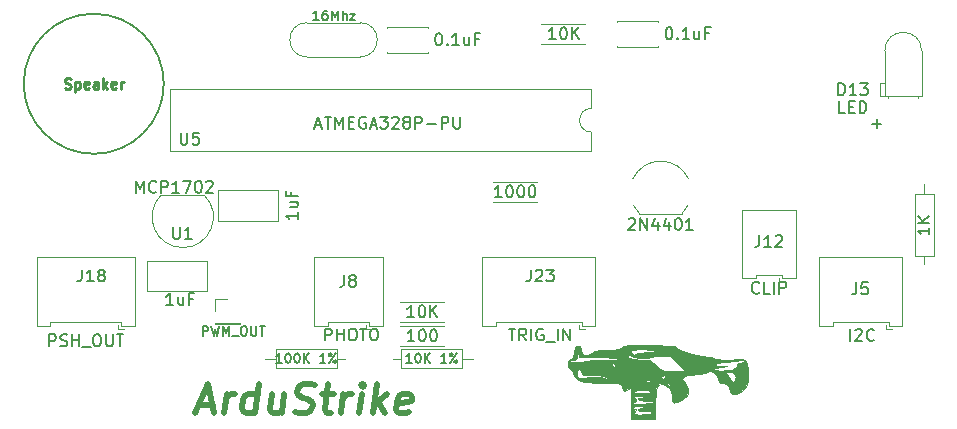
<source format=gto>
G04 #@! TF.FileFunction,Legend,Top*
%FSLAX46Y46*%
G04 Gerber Fmt 4.6, Leading zero omitted, Abs format (unit mm)*
G04 Created by KiCad (PCBNEW 4.0.7) date 06/15/19 08:14:29*
%MOMM*%
%LPD*%
G01*
G04 APERTURE LIST*
%ADD10C,0.100000*%
%ADD11C,0.150000*%
%ADD12C,0.200000*%
%ADD13C,0.500000*%
%ADD14C,0.120000*%
%ADD15C,0.010000*%
%ADD16C,0.222250*%
G04 APERTURE END LIST*
D10*
D11*
X202811143Y-95575381D02*
X202334952Y-95575381D01*
X202334952Y-94575381D01*
X203144476Y-95051571D02*
X203477810Y-95051571D01*
X203620667Y-95575381D02*
X203144476Y-95575381D01*
X203144476Y-94575381D01*
X203620667Y-94575381D01*
X204049238Y-95575381D02*
X204049238Y-94575381D01*
X204287333Y-94575381D01*
X204430191Y-94623000D01*
X204525429Y-94718238D01*
X204573048Y-94813476D01*
X204620667Y-95003952D01*
X204620667Y-95146810D01*
X204573048Y-95337286D01*
X204525429Y-95432524D01*
X204430191Y-95527762D01*
X204287333Y-95575381D01*
X204049238Y-95575381D01*
D12*
X205105048Y-96464429D02*
X205866953Y-96464429D01*
X205486001Y-96845381D02*
X205486001Y-96083476D01*
D13*
X148078357Y-120281667D02*
X149268834Y-120281667D01*
X147750976Y-120995952D02*
X148896810Y-118495952D01*
X149417643Y-120995952D01*
X150250976Y-120995952D02*
X150459309Y-119329286D01*
X150399786Y-119805476D02*
X150548595Y-119567381D01*
X150682523Y-119448333D01*
X150935500Y-119329286D01*
X151173595Y-119329286D01*
X152870024Y-120995952D02*
X153182524Y-118495952D01*
X152884905Y-120876905D02*
X152631928Y-120995952D01*
X152155738Y-120995952D01*
X151932524Y-120876905D01*
X151828357Y-120757857D01*
X151739071Y-120519762D01*
X151828357Y-119805476D01*
X151977166Y-119567381D01*
X152111095Y-119448333D01*
X152364071Y-119329286D01*
X152840261Y-119329286D01*
X153063476Y-119448333D01*
X155340262Y-119329286D02*
X155131929Y-120995952D01*
X154268833Y-119329286D02*
X154105143Y-120638810D01*
X154194429Y-120876905D01*
X154417643Y-120995952D01*
X154774786Y-120995952D01*
X155027762Y-120876905D01*
X155161691Y-120757857D01*
X156218238Y-120876905D02*
X156560500Y-120995952D01*
X157155738Y-120995952D01*
X157408715Y-120876905D01*
X157542643Y-120757857D01*
X157691453Y-120519762D01*
X157721215Y-120281667D01*
X157631929Y-120043571D01*
X157527763Y-119924524D01*
X157304548Y-119805476D01*
X156843238Y-119686429D01*
X156620024Y-119567381D01*
X156515857Y-119448333D01*
X156426571Y-119210238D01*
X156456333Y-118972143D01*
X156605143Y-118734048D01*
X156739072Y-118615000D01*
X156992048Y-118495952D01*
X157587286Y-118495952D01*
X157929548Y-118615000D01*
X158554547Y-119329286D02*
X159506928Y-119329286D01*
X159015857Y-118495952D02*
X158748000Y-120638810D01*
X158837286Y-120876905D01*
X159060500Y-120995952D01*
X159298595Y-120995952D01*
X160131928Y-120995952D02*
X160340261Y-119329286D01*
X160280738Y-119805476D02*
X160429547Y-119567381D01*
X160563475Y-119448333D01*
X160816452Y-119329286D01*
X161054547Y-119329286D01*
X161679547Y-120995952D02*
X161887880Y-119329286D01*
X161992047Y-118495952D02*
X161858118Y-118615000D01*
X161962285Y-118734048D01*
X162096214Y-118615000D01*
X161992047Y-118495952D01*
X161962285Y-118734048D01*
X162870023Y-120995952D02*
X163182523Y-118495952D01*
X163227166Y-120043571D02*
X163822404Y-120995952D01*
X164030737Y-119329286D02*
X162959309Y-120281667D01*
X165861095Y-120876905D02*
X165608119Y-120995952D01*
X165131928Y-120995952D01*
X164908714Y-120876905D01*
X164819428Y-120638810D01*
X164938475Y-119686429D01*
X165087285Y-119448333D01*
X165340261Y-119329286D01*
X165816452Y-119329286D01*
X166039666Y-119448333D01*
X166128952Y-119686429D01*
X166099191Y-119924524D01*
X164878952Y-120162619D01*
D14*
X168825000Y-113255000D02*
X165105000Y-113255000D01*
X168825000Y-111535000D02*
X165105000Y-111535000D01*
D11*
X145121690Y-93091000D02*
G75*
G03X145121690Y-93091000I-5929690J0D01*
G01*
D14*
X181328000Y-97175000D02*
G75*
G02X181328000Y-95175000I0J1000000D01*
G01*
X181328000Y-95175000D02*
X181328000Y-93525000D01*
X181328000Y-93525000D02*
X145648000Y-93525000D01*
X145648000Y-93525000D02*
X145648000Y-98825000D01*
X145648000Y-98825000D02*
X181328000Y-98825000D01*
X181328000Y-98825000D02*
X181328000Y-97175000D01*
D10*
X154598000Y-116365000D02*
X153698000Y-116365000D01*
X159798000Y-116365000D02*
X160498000Y-116365000D01*
X159798000Y-115565000D02*
X159798000Y-117165000D01*
X159798000Y-117165000D02*
X154598000Y-117165000D01*
X154598000Y-117165000D02*
X154598000Y-115565000D01*
X154598000Y-115565000D02*
X159798000Y-115565000D01*
D14*
X157248000Y-87915000D02*
X161748000Y-87915000D01*
X157248000Y-90815000D02*
X161748000Y-90815000D01*
X157248000Y-90815000D02*
G75*
G02X157248000Y-87915000I0J1450000D01*
G01*
X161748000Y-90815000D02*
G75*
G03X161748000Y-87915000I0J1450000D01*
G01*
X149688000Y-102055000D02*
X154808000Y-102055000D01*
X149688000Y-104675000D02*
X154808000Y-104675000D01*
X149688000Y-102055000D02*
X149688000Y-104675000D01*
X154808000Y-102055000D02*
X154808000Y-104675000D01*
X143688000Y-108055000D02*
X148808000Y-108055000D01*
X143688000Y-110675000D02*
X148808000Y-110675000D01*
X143688000Y-108055000D02*
X143688000Y-110675000D01*
X148808000Y-108055000D02*
X148808000Y-110675000D01*
X206168000Y-90295000D02*
G75*
G02X209288000Y-90295000I1560000J0D01*
G01*
X209288000Y-94155000D02*
X209288000Y-90295000D01*
X206168000Y-94155000D02*
X206168000Y-90295000D01*
X209288000Y-94155000D02*
X206168000Y-94155000D01*
X205768000Y-94155000D02*
X205768000Y-93035000D01*
X205768000Y-93035000D02*
X206168000Y-93035000D01*
X206168000Y-93035000D02*
X206168000Y-94155000D01*
X206168000Y-94155000D02*
X205768000Y-94155000D01*
X208998000Y-94285000D02*
X208998000Y-94155000D01*
X208998000Y-94155000D02*
X208998000Y-94155000D01*
X208998000Y-94155000D02*
X208998000Y-94285000D01*
X208998000Y-94285000D02*
X208998000Y-94285000D01*
X206458000Y-94285000D02*
X206458000Y-94155000D01*
X206458000Y-94155000D02*
X206458000Y-94155000D01*
X206458000Y-94155000D02*
X206458000Y-94285000D01*
X206458000Y-94285000D02*
X206458000Y-94285000D01*
X197248000Y-109515000D02*
X197248000Y-109815000D01*
X197248000Y-109815000D02*
X197748000Y-109815000D01*
X196373000Y-109265000D02*
X197498000Y-109265000D01*
X197498000Y-109265000D02*
X197498000Y-109565000D01*
X197498000Y-109565000D02*
X198648000Y-109565000D01*
X198648000Y-109565000D02*
X198648000Y-103765000D01*
X198648000Y-103765000D02*
X196373000Y-103765000D01*
X196373000Y-109265000D02*
X195248000Y-109265000D01*
X195248000Y-109265000D02*
X195248000Y-109565000D01*
X195248000Y-109565000D02*
X194098000Y-109565000D01*
X194098000Y-109565000D02*
X194098000Y-103765000D01*
X194098000Y-103765000D02*
X196373000Y-103765000D01*
X148528000Y-102515000D02*
X144928000Y-102515000D01*
X148566478Y-102526522D02*
G75*
G02X146728000Y-106965000I-1838478J-1838478D01*
G01*
X144889522Y-102526522D02*
G75*
G03X146728000Y-106965000I1838478J-1838478D01*
G01*
X206248000Y-113515000D02*
X206248000Y-113815000D01*
X206248000Y-113815000D02*
X206748000Y-113815000D01*
X204123000Y-113265000D02*
X206498000Y-113265000D01*
X206498000Y-113265000D02*
X206498000Y-113565000D01*
X206498000Y-113565000D02*
X207648000Y-113565000D01*
X207648000Y-113565000D02*
X207648000Y-107765000D01*
X207648000Y-107765000D02*
X204123000Y-107765000D01*
X204123000Y-113265000D02*
X201748000Y-113265000D01*
X201748000Y-113265000D02*
X201748000Y-113565000D01*
X201748000Y-113565000D02*
X200598000Y-113565000D01*
X200598000Y-113565000D02*
X200598000Y-107765000D01*
X200598000Y-107765000D02*
X204123000Y-107765000D01*
X167508000Y-90475000D02*
X163988000Y-90475000D01*
X167508000Y-88255000D02*
X163988000Y-88255000D01*
X167508000Y-90475000D02*
X167508000Y-90361000D01*
X167508000Y-88369000D02*
X167508000Y-88255000D01*
X163988000Y-90475000D02*
X163988000Y-90361000D01*
X163988000Y-88369000D02*
X163988000Y-88255000D01*
D10*
X170398000Y-116365000D02*
X171298000Y-116365000D01*
X165198000Y-116365000D02*
X164498000Y-116365000D01*
X165198000Y-117165000D02*
X165198000Y-115565000D01*
X165198000Y-115565000D02*
X170398000Y-115565000D01*
X170398000Y-115565000D02*
X170398000Y-117165000D01*
X170398000Y-117165000D02*
X165198000Y-117165000D01*
X209498000Y-102465000D02*
X209498000Y-101565000D01*
X209498000Y-107665000D02*
X209498000Y-108365000D01*
X210298000Y-107665000D02*
X208698000Y-107665000D01*
X208698000Y-107665000D02*
X208698000Y-102465000D01*
X208698000Y-102465000D02*
X210298000Y-102465000D01*
X210298000Y-102465000D02*
X210298000Y-107665000D01*
D15*
G36*
X186086794Y-115209769D02*
X186278582Y-115213793D01*
X187061891Y-115232649D01*
X187631870Y-115254238D01*
X188030446Y-115284345D01*
X188299548Y-115328755D01*
X188481103Y-115393255D01*
X188617039Y-115483629D01*
X188687225Y-115546155D01*
X189006033Y-115750981D01*
X189328090Y-115833341D01*
X189602811Y-115870486D01*
X189730566Y-115942122D01*
X189882317Y-116005646D01*
X190218571Y-116070668D01*
X190668989Y-116123853D01*
X190706379Y-116127074D01*
X191184614Y-116185625D01*
X191575228Y-116266837D01*
X191795827Y-116353448D01*
X191799074Y-116356046D01*
X192020610Y-116435218D01*
X192445369Y-116461611D01*
X193096456Y-116436720D01*
X193733358Y-116405301D01*
X194157910Y-116432336D01*
X194411942Y-116552623D01*
X194537281Y-116800965D01*
X194575757Y-117212160D01*
X194572448Y-117664705D01*
X194553670Y-118185243D01*
X194508798Y-118526318D01*
X194416910Y-118763689D01*
X194257087Y-118973118D01*
X194191924Y-119042701D01*
X193861912Y-119290310D01*
X193522861Y-119397298D01*
X193239013Y-119362070D01*
X193074614Y-119183034D01*
X193056692Y-119070856D01*
X192966432Y-118726303D01*
X192751707Y-118487475D01*
X192479651Y-118425821D01*
X192455641Y-118431143D01*
X192221964Y-118395967D01*
X192147965Y-118280469D01*
X192052540Y-118067010D01*
X192358804Y-118067010D01*
X192422623Y-118130829D01*
X192486442Y-118067010D01*
X192422623Y-118003191D01*
X192358804Y-118067010D01*
X192052540Y-118067010D01*
X191930278Y-117793520D01*
X191812707Y-117662822D01*
X192018435Y-117662822D01*
X192035956Y-117738703D01*
X192103527Y-117747914D01*
X192208588Y-117701213D01*
X192188619Y-117662822D01*
X192037143Y-117647546D01*
X192018435Y-117662822D01*
X191812707Y-117662822D01*
X191660243Y-117493337D01*
X191657982Y-117492638D01*
X192601089Y-117492638D01*
X192951260Y-117951736D01*
X193172867Y-118224023D01*
X193308530Y-118313722D01*
X193417397Y-118248283D01*
X193463363Y-118189381D01*
X193555914Y-117903002D01*
X193498111Y-117730282D01*
X193256507Y-117535513D01*
X192986008Y-117492638D01*
X192601089Y-117492638D01*
X191657982Y-117492638D01*
X191368531Y-117403187D01*
X191128644Y-117507242D01*
X190930515Y-117580108D01*
X190553775Y-117651065D01*
X190074806Y-117706207D01*
X190005168Y-117711781D01*
X189435546Y-117781442D01*
X189109111Y-117892158D01*
X189015643Y-118054131D01*
X189144925Y-118277563D01*
X189295487Y-118420309D01*
X189452343Y-118652508D01*
X189526973Y-118960379D01*
X189525458Y-119274553D01*
X189453878Y-119525665D01*
X189318315Y-119644347D01*
X189190939Y-119612938D01*
X189016902Y-119624843D01*
X188965490Y-119680126D01*
X188947264Y-119768500D01*
X189040211Y-119726306D01*
X189147270Y-119692837D01*
X189116218Y-119770404D01*
X188922519Y-119899056D01*
X188802929Y-119917763D01*
X188531048Y-119992586D01*
X188441954Y-120056523D01*
X188282894Y-120109712D01*
X188167745Y-119954577D01*
X188121262Y-119637354D01*
X188125657Y-119526538D01*
X188816229Y-119526538D01*
X188833688Y-119534849D01*
X188950169Y-119444994D01*
X188976392Y-119407211D01*
X189008917Y-119287883D01*
X188991457Y-119279572D01*
X188874977Y-119369427D01*
X188848753Y-119407211D01*
X188816229Y-119526538D01*
X188125657Y-119526538D01*
X188127899Y-119470041D01*
X188061908Y-119062815D01*
X187866831Y-118814853D01*
X187586686Y-118619040D01*
X187328800Y-118506211D01*
X187763829Y-118506211D01*
X187856483Y-118636187D01*
X187891467Y-118641382D01*
X188015787Y-118597833D01*
X188019105Y-118585095D01*
X187929665Y-118476122D01*
X187891467Y-118449924D01*
X187773851Y-118460044D01*
X187763829Y-118506211D01*
X187328800Y-118506211D01*
X187277932Y-118483956D01*
X187016197Y-118432067D01*
X186877109Y-118485837D01*
X186870362Y-118518844D01*
X186956103Y-118597306D01*
X187029909Y-118575630D01*
X187073966Y-118576759D01*
X186966090Y-118677897D01*
X186861394Y-118804404D01*
X186794605Y-119011076D01*
X186757995Y-119349030D01*
X186743835Y-119869377D01*
X186742723Y-120155201D01*
X186742723Y-121449422D01*
X184700512Y-121449422D01*
X184700512Y-120577143D01*
X184828150Y-120577143D01*
X184907155Y-120640613D01*
X184955789Y-120619773D01*
X185073593Y-120625608D01*
X185083427Y-120668527D01*
X184989633Y-120846674D01*
X184942162Y-120883472D01*
X184859651Y-120993623D01*
X185008885Y-121066738D01*
X185368364Y-121097921D01*
X185836342Y-121087080D01*
X186244121Y-121047098D01*
X186526030Y-120986320D01*
X186615085Y-120927532D01*
X186499665Y-120863838D01*
X186201932Y-120821594D01*
X185913075Y-120811231D01*
X185456405Y-120783417D01*
X185243987Y-120716641D01*
X185272939Y-120635897D01*
X185540378Y-120566183D01*
X185944985Y-120534497D01*
X186678904Y-120513040D01*
X185913075Y-120437370D01*
X185361185Y-120396926D01*
X185022138Y-120411373D01*
X184858457Y-120485540D01*
X184828150Y-120577143D01*
X184700512Y-120577143D01*
X184700512Y-120141130D01*
X184827863Y-120141130D01*
X184944307Y-120182730D01*
X185251077Y-120202356D01*
X185683869Y-120196168D01*
X185721330Y-120194475D01*
X186161812Y-120158268D01*
X186481014Y-120102816D01*
X186614375Y-120039645D01*
X186615085Y-120034928D01*
X186499666Y-119970761D01*
X186201936Y-119928204D01*
X185913075Y-119917763D01*
X185460790Y-119888775D01*
X185245258Y-119819653D01*
X185269573Y-119737168D01*
X185536831Y-119668086D01*
X185881166Y-119641682D01*
X186551266Y-119620878D01*
X185849256Y-119543863D01*
X185312157Y-119502029D01*
X184988736Y-119523537D01*
X184844206Y-119613150D01*
X184828150Y-119683676D01*
X184907155Y-119747145D01*
X184955789Y-119726306D01*
X185065060Y-119755242D01*
X185083427Y-119846412D01*
X185016787Y-120021048D01*
X184955789Y-120045402D01*
X184831416Y-120118933D01*
X184827863Y-120141130D01*
X184700512Y-120141130D01*
X184700512Y-120089438D01*
X184699034Y-119489339D01*
X184691537Y-119206992D01*
X184837434Y-119206992D01*
X184889460Y-119277128D01*
X185177583Y-119309721D01*
X185693258Y-119302313D01*
X185722365Y-119300968D01*
X186156991Y-119264865D01*
X186450142Y-119209827D01*
X186547090Y-119146470D01*
X186544768Y-119141420D01*
X186383959Y-119075015D01*
X186060154Y-119035804D01*
X185664424Y-119026173D01*
X185287840Y-119048504D01*
X185030047Y-119101771D01*
X184837434Y-119206992D01*
X184691537Y-119206992D01*
X184688885Y-119107145D01*
X184661494Y-118905486D01*
X184608292Y-118846990D01*
X184520707Y-118894286D01*
X184442220Y-118963206D01*
X184190103Y-119103812D01*
X184011632Y-119000750D01*
X183913454Y-118705402D01*
X183869744Y-118587482D01*
X183763610Y-118502463D01*
X183558896Y-118445150D01*
X183219449Y-118410350D01*
X182709113Y-118392866D01*
X181991734Y-118387505D01*
X181701015Y-118387513D01*
X180953618Y-118362822D01*
X180697042Y-118322286D01*
X185338703Y-118322286D01*
X185402522Y-118386105D01*
X185466341Y-118322286D01*
X185593980Y-118322286D01*
X185657799Y-118386105D01*
X185721618Y-118322286D01*
X185657799Y-118258467D01*
X185593980Y-118322286D01*
X185466341Y-118322286D01*
X185402522Y-118258467D01*
X185338703Y-118322286D01*
X180697042Y-118322286D01*
X180426851Y-118279599D01*
X180365610Y-118251795D01*
X185917199Y-118251795D01*
X185961050Y-118314875D01*
X186141805Y-118315352D01*
X186351783Y-118263727D01*
X186462171Y-118198651D01*
X186412716Y-118145448D01*
X186260976Y-118130829D01*
X186009893Y-118182032D01*
X185917199Y-118251795D01*
X180365610Y-118251795D01*
X180090543Y-118126914D01*
X179914525Y-117893840D01*
X179874947Y-117726045D01*
X179808984Y-117567943D01*
X180096813Y-117567943D01*
X180137735Y-117825529D01*
X180267105Y-118006296D01*
X180328904Y-118031493D01*
X180550954Y-118035472D01*
X180616090Y-118003633D01*
X180766426Y-117966222D01*
X181101135Y-117938800D01*
X181549350Y-117927040D01*
X181573377Y-117926965D01*
X182033033Y-117944139D01*
X182390318Y-117990945D01*
X182570159Y-118057390D01*
X182572290Y-118059913D01*
X182640061Y-118097646D01*
X182625835Y-118003191D01*
X182552416Y-117921381D01*
X187178384Y-117921381D01*
X187188900Y-118002289D01*
X187372534Y-118125502D01*
X187377772Y-118122518D01*
X187922761Y-118122518D01*
X187940221Y-118130829D01*
X188056701Y-118040974D01*
X188082924Y-118003191D01*
X188115449Y-117883863D01*
X188097990Y-117875552D01*
X187981509Y-117965407D01*
X187955286Y-118003191D01*
X187922761Y-118122518D01*
X187377772Y-118122518D01*
X187562568Y-118017263D01*
X187577620Y-117994699D01*
X187606437Y-117815811D01*
X187594633Y-117811733D01*
X187763829Y-117811733D01*
X187827648Y-117875552D01*
X187891467Y-117811733D01*
X187827648Y-117747914D01*
X187763829Y-117811733D01*
X187594633Y-117811733D01*
X187448894Y-117761385D01*
X187314510Y-117795064D01*
X187178384Y-117921381D01*
X182552416Y-117921381D01*
X182533471Y-117900272D01*
X182294885Y-117832214D01*
X181867562Y-117790139D01*
X181531194Y-117774662D01*
X181014555Y-117750424D01*
X180702761Y-117713663D01*
X180545384Y-117650492D01*
X180491996Y-117547021D01*
X180488452Y-117487476D01*
X180407376Y-117283423D01*
X180296995Y-117237361D01*
X180148510Y-117337300D01*
X180096813Y-117567943D01*
X179808984Y-117567943D01*
X179751476Y-117430109D01*
X179587761Y-117326127D01*
X179396990Y-117165631D01*
X179378493Y-117093788D01*
X180649255Y-117093788D01*
X180742756Y-117032613D01*
X180759567Y-117016122D01*
X180835535Y-116890022D01*
X183047112Y-116890022D01*
X183126308Y-117024631D01*
X183291003Y-117114195D01*
X183339711Y-117071778D01*
X183759101Y-117071778D01*
X183934683Y-117089570D01*
X184028295Y-117079207D01*
X184372957Y-117079207D01*
X184498418Y-117099647D01*
X184663967Y-117076179D01*
X184665944Y-117032608D01*
X184495114Y-117002139D01*
X184421304Y-117022532D01*
X184372957Y-117079207D01*
X184028295Y-117079207D01*
X184115882Y-117069511D01*
X184094231Y-117025191D01*
X183832911Y-117008333D01*
X183775135Y-117025191D01*
X183759101Y-117071778D01*
X183339711Y-117071778D01*
X183364050Y-117050583D01*
X183306793Y-116930678D01*
X183226116Y-116765446D01*
X183318970Y-116688863D01*
X183759101Y-116688863D01*
X183934683Y-116706655D01*
X184028290Y-116696293D01*
X184372957Y-116696293D01*
X184498418Y-116716732D01*
X184663967Y-116693265D01*
X184665944Y-116649694D01*
X184495114Y-116619224D01*
X184421304Y-116639617D01*
X184372957Y-116696293D01*
X184028290Y-116696293D01*
X184115882Y-116686597D01*
X184094231Y-116642276D01*
X183832911Y-116625418D01*
X183775135Y-116642276D01*
X183759101Y-116688863D01*
X183318970Y-116688863D01*
X183323074Y-116685479D01*
X183379391Y-116628173D01*
X183264583Y-116609247D01*
X183079737Y-116693073D01*
X183047112Y-116890022D01*
X180835535Y-116890022D01*
X180860386Y-116848773D01*
X180847467Y-116790628D01*
X181509558Y-116790628D01*
X181573377Y-116854447D01*
X181637196Y-116790628D01*
X182403025Y-116790628D01*
X182466844Y-116854447D01*
X182530663Y-116790628D01*
X182466844Y-116726809D01*
X182403025Y-116790628D01*
X181637196Y-116790628D01*
X181573377Y-116726809D01*
X181509558Y-116790628D01*
X180847467Y-116790628D01*
X180846716Y-116787250D01*
X180751770Y-116825554D01*
X180688116Y-116944671D01*
X180649255Y-117093788D01*
X179378493Y-117093788D01*
X179325127Y-116886518D01*
X179372111Y-116596031D01*
X179375402Y-116592167D01*
X179467346Y-116592167D01*
X179579948Y-116653933D01*
X179863435Y-116667500D01*
X180009809Y-116656908D01*
X180446645Y-116620881D01*
X180838771Y-116602687D01*
X180903276Y-116602119D01*
X181158010Y-116572223D01*
X181253995Y-116505469D01*
X181372235Y-116467906D01*
X181690800Y-116445758D01*
X182155067Y-116441500D01*
X182497311Y-116449103D01*
X183012535Y-116457756D01*
X183403838Y-116447884D01*
X183621940Y-116421735D01*
X183647105Y-116396684D01*
X183477014Y-116346981D01*
X183102423Y-116301821D01*
X182574103Y-116264383D01*
X182188316Y-116248165D01*
X184349114Y-116248165D01*
X184512307Y-116346806D01*
X184922056Y-116414725D01*
X185405835Y-116445441D01*
X185916067Y-116470634D01*
X186248953Y-116517551D01*
X186482355Y-116613649D01*
X186694138Y-116786385D01*
X186863430Y-116959422D01*
X187106254Y-117202377D01*
X187311917Y-117344157D01*
X187560701Y-117411663D01*
X187932888Y-117431800D01*
X188274382Y-117432247D01*
X189231668Y-117428819D01*
X189083298Y-117278927D01*
X191580082Y-117278927D01*
X191807638Y-117350054D01*
X191848251Y-117357336D01*
X192280980Y-117387822D01*
X192771688Y-117360922D01*
X193213003Y-117287620D01*
X193480305Y-117190379D01*
X193623350Y-116988376D01*
X193635186Y-116910733D01*
X193746374Y-116764851D01*
X193954281Y-116726809D01*
X194194059Y-116677580D01*
X194273377Y-116582857D01*
X194161001Y-116497315D01*
X193820048Y-116511986D01*
X193754724Y-116521842D01*
X193325146Y-116583057D01*
X192791735Y-116649217D01*
X192478342Y-116683976D01*
X192021643Y-116754071D01*
X191777433Y-116837033D01*
X191756197Y-116917293D01*
X191968421Y-116979287D01*
X192263075Y-117003541D01*
X192805537Y-117024998D01*
X192294985Y-117071827D01*
X191836141Y-117131898D01*
X191593711Y-117203570D01*
X191580082Y-117278927D01*
X189083298Y-117278927D01*
X187955286Y-116139345D01*
X187106216Y-116145891D01*
X186688997Y-116162123D01*
X186405315Y-116198466D01*
X186315419Y-116247123D01*
X186316010Y-116248165D01*
X186234552Y-116300182D01*
X185962819Y-116334949D01*
X185672864Y-116343894D01*
X185270933Y-116322404D01*
X184981816Y-116267094D01*
X184891970Y-116216256D01*
X184796337Y-116152437D01*
X185593980Y-116152437D01*
X185657799Y-116216256D01*
X185721618Y-116152437D01*
X185849256Y-116152437D01*
X185913075Y-116216256D01*
X185976894Y-116152437D01*
X185913075Y-116088618D01*
X185849256Y-116152437D01*
X185721618Y-116152437D01*
X185657799Y-116088618D01*
X185593980Y-116152437D01*
X184796337Y-116152437D01*
X184733305Y-116110374D01*
X184520433Y-116093652D01*
X184365009Y-116159528D01*
X184349114Y-116248165D01*
X182188316Y-116248165D01*
X181942827Y-116237845D01*
X181259367Y-116225385D01*
X180911391Y-116225445D01*
X180249405Y-116230007D01*
X180198928Y-115744488D01*
X180168368Y-115476579D01*
X180149902Y-115431833D01*
X180136258Y-115622462D01*
X180126994Y-115865251D01*
X180101452Y-116232522D01*
X180034106Y-116411216D01*
X179887512Y-116467995D01*
X179786442Y-116471532D01*
X179546533Y-116512843D01*
X179467346Y-116592167D01*
X179375402Y-116592167D01*
X179537883Y-116401413D01*
X179588288Y-116382628D01*
X179764624Y-116262835D01*
X179854980Y-115981721D01*
X179875473Y-115788296D01*
X179923845Y-115443198D01*
X180025356Y-115288604D01*
X180169357Y-115258969D01*
X180360686Y-115325739D01*
X180451353Y-115566295D01*
X180464629Y-115673794D01*
X180570854Y-115993378D01*
X180806385Y-116093031D01*
X181012892Y-116024799D01*
X181892472Y-116024799D01*
X181956291Y-116088618D01*
X182020110Y-116024799D01*
X182147748Y-116024799D01*
X182211568Y-116088618D01*
X182275387Y-116024799D01*
X182658301Y-116024799D01*
X182722120Y-116088618D01*
X182785939Y-116024799D01*
X182764666Y-116003526D01*
X183083762Y-116003526D01*
X183101283Y-116079406D01*
X183168854Y-116088618D01*
X183273915Y-116041917D01*
X183253946Y-116003526D01*
X183102469Y-115988250D01*
X183083762Y-116003526D01*
X182764666Y-116003526D01*
X182722120Y-115960980D01*
X182658301Y-116024799D01*
X182275387Y-116024799D01*
X182211568Y-115960980D01*
X182147748Y-116024799D01*
X182020110Y-116024799D01*
X181956291Y-115960980D01*
X181892472Y-116024799D01*
X181012892Y-116024799D01*
X181170746Y-115972643D01*
X181338218Y-115872242D01*
X181492037Y-115808574D01*
X184657770Y-115808574D01*
X184781619Y-115988809D01*
X184948366Y-116087643D01*
X184963884Y-116088618D01*
X185121052Y-115996616D01*
X185147246Y-115960980D01*
X185297921Y-115897160D01*
X188657296Y-115897160D01*
X188721115Y-115960980D01*
X188784934Y-115897160D01*
X188721115Y-115833341D01*
X188657296Y-115897160D01*
X185297921Y-115897160D01*
X185307778Y-115892985D01*
X185643821Y-115846685D01*
X185991960Y-115833341D01*
X186428810Y-115814360D01*
X186657176Y-115760738D01*
X186662106Y-115748249D01*
X188189290Y-115748249D01*
X188206810Y-115824130D01*
X188274382Y-115833341D01*
X188379442Y-115786641D01*
X188359474Y-115748249D01*
X188207997Y-115732973D01*
X188189290Y-115748249D01*
X186662106Y-115748249D01*
X186678904Y-115705703D01*
X186523779Y-115647343D01*
X186192968Y-115605756D01*
X185765614Y-115582655D01*
X185320864Y-115579749D01*
X184937862Y-115598749D01*
X184695753Y-115641365D01*
X184659074Y-115662050D01*
X184657770Y-115808574D01*
X181492037Y-115808574D01*
X181662435Y-115738044D01*
X182156741Y-115663760D01*
X182667520Y-115642547D01*
X183234565Y-115619522D01*
X183608610Y-115560759D01*
X183655597Y-115540120D01*
X187971161Y-115540120D01*
X188146743Y-115557912D01*
X188327942Y-115537853D01*
X188306291Y-115493533D01*
X188044972Y-115476674D01*
X187987196Y-115493533D01*
X187971161Y-115540120D01*
X183655597Y-115540120D01*
X183850815Y-115454371D01*
X183921076Y-115398922D01*
X184039132Y-115313262D01*
X184200124Y-115253514D01*
X184444718Y-115216485D01*
X184813582Y-115198980D01*
X185347385Y-115197806D01*
X186086794Y-115209769D01*
X186086794Y-115209769D01*
G37*
X186086794Y-115209769D02*
X186278582Y-115213793D01*
X187061891Y-115232649D01*
X187631870Y-115254238D01*
X188030446Y-115284345D01*
X188299548Y-115328755D01*
X188481103Y-115393255D01*
X188617039Y-115483629D01*
X188687225Y-115546155D01*
X189006033Y-115750981D01*
X189328090Y-115833341D01*
X189602811Y-115870486D01*
X189730566Y-115942122D01*
X189882317Y-116005646D01*
X190218571Y-116070668D01*
X190668989Y-116123853D01*
X190706379Y-116127074D01*
X191184614Y-116185625D01*
X191575228Y-116266837D01*
X191795827Y-116353448D01*
X191799074Y-116356046D01*
X192020610Y-116435218D01*
X192445369Y-116461611D01*
X193096456Y-116436720D01*
X193733358Y-116405301D01*
X194157910Y-116432336D01*
X194411942Y-116552623D01*
X194537281Y-116800965D01*
X194575757Y-117212160D01*
X194572448Y-117664705D01*
X194553670Y-118185243D01*
X194508798Y-118526318D01*
X194416910Y-118763689D01*
X194257087Y-118973118D01*
X194191924Y-119042701D01*
X193861912Y-119290310D01*
X193522861Y-119397298D01*
X193239013Y-119362070D01*
X193074614Y-119183034D01*
X193056692Y-119070856D01*
X192966432Y-118726303D01*
X192751707Y-118487475D01*
X192479651Y-118425821D01*
X192455641Y-118431143D01*
X192221964Y-118395967D01*
X192147965Y-118280469D01*
X192052540Y-118067010D01*
X192358804Y-118067010D01*
X192422623Y-118130829D01*
X192486442Y-118067010D01*
X192422623Y-118003191D01*
X192358804Y-118067010D01*
X192052540Y-118067010D01*
X191930278Y-117793520D01*
X191812707Y-117662822D01*
X192018435Y-117662822D01*
X192035956Y-117738703D01*
X192103527Y-117747914D01*
X192208588Y-117701213D01*
X192188619Y-117662822D01*
X192037143Y-117647546D01*
X192018435Y-117662822D01*
X191812707Y-117662822D01*
X191660243Y-117493337D01*
X191657982Y-117492638D01*
X192601089Y-117492638D01*
X192951260Y-117951736D01*
X193172867Y-118224023D01*
X193308530Y-118313722D01*
X193417397Y-118248283D01*
X193463363Y-118189381D01*
X193555914Y-117903002D01*
X193498111Y-117730282D01*
X193256507Y-117535513D01*
X192986008Y-117492638D01*
X192601089Y-117492638D01*
X191657982Y-117492638D01*
X191368531Y-117403187D01*
X191128644Y-117507242D01*
X190930515Y-117580108D01*
X190553775Y-117651065D01*
X190074806Y-117706207D01*
X190005168Y-117711781D01*
X189435546Y-117781442D01*
X189109111Y-117892158D01*
X189015643Y-118054131D01*
X189144925Y-118277563D01*
X189295487Y-118420309D01*
X189452343Y-118652508D01*
X189526973Y-118960379D01*
X189525458Y-119274553D01*
X189453878Y-119525665D01*
X189318315Y-119644347D01*
X189190939Y-119612938D01*
X189016902Y-119624843D01*
X188965490Y-119680126D01*
X188947264Y-119768500D01*
X189040211Y-119726306D01*
X189147270Y-119692837D01*
X189116218Y-119770404D01*
X188922519Y-119899056D01*
X188802929Y-119917763D01*
X188531048Y-119992586D01*
X188441954Y-120056523D01*
X188282894Y-120109712D01*
X188167745Y-119954577D01*
X188121262Y-119637354D01*
X188125657Y-119526538D01*
X188816229Y-119526538D01*
X188833688Y-119534849D01*
X188950169Y-119444994D01*
X188976392Y-119407211D01*
X189008917Y-119287883D01*
X188991457Y-119279572D01*
X188874977Y-119369427D01*
X188848753Y-119407211D01*
X188816229Y-119526538D01*
X188125657Y-119526538D01*
X188127899Y-119470041D01*
X188061908Y-119062815D01*
X187866831Y-118814853D01*
X187586686Y-118619040D01*
X187328800Y-118506211D01*
X187763829Y-118506211D01*
X187856483Y-118636187D01*
X187891467Y-118641382D01*
X188015787Y-118597833D01*
X188019105Y-118585095D01*
X187929665Y-118476122D01*
X187891467Y-118449924D01*
X187773851Y-118460044D01*
X187763829Y-118506211D01*
X187328800Y-118506211D01*
X187277932Y-118483956D01*
X187016197Y-118432067D01*
X186877109Y-118485837D01*
X186870362Y-118518844D01*
X186956103Y-118597306D01*
X187029909Y-118575630D01*
X187073966Y-118576759D01*
X186966090Y-118677897D01*
X186861394Y-118804404D01*
X186794605Y-119011076D01*
X186757995Y-119349030D01*
X186743835Y-119869377D01*
X186742723Y-120155201D01*
X186742723Y-121449422D01*
X184700512Y-121449422D01*
X184700512Y-120577143D01*
X184828150Y-120577143D01*
X184907155Y-120640613D01*
X184955789Y-120619773D01*
X185073593Y-120625608D01*
X185083427Y-120668527D01*
X184989633Y-120846674D01*
X184942162Y-120883472D01*
X184859651Y-120993623D01*
X185008885Y-121066738D01*
X185368364Y-121097921D01*
X185836342Y-121087080D01*
X186244121Y-121047098D01*
X186526030Y-120986320D01*
X186615085Y-120927532D01*
X186499665Y-120863838D01*
X186201932Y-120821594D01*
X185913075Y-120811231D01*
X185456405Y-120783417D01*
X185243987Y-120716641D01*
X185272939Y-120635897D01*
X185540378Y-120566183D01*
X185944985Y-120534497D01*
X186678904Y-120513040D01*
X185913075Y-120437370D01*
X185361185Y-120396926D01*
X185022138Y-120411373D01*
X184858457Y-120485540D01*
X184828150Y-120577143D01*
X184700512Y-120577143D01*
X184700512Y-120141130D01*
X184827863Y-120141130D01*
X184944307Y-120182730D01*
X185251077Y-120202356D01*
X185683869Y-120196168D01*
X185721330Y-120194475D01*
X186161812Y-120158268D01*
X186481014Y-120102816D01*
X186614375Y-120039645D01*
X186615085Y-120034928D01*
X186499666Y-119970761D01*
X186201936Y-119928204D01*
X185913075Y-119917763D01*
X185460790Y-119888775D01*
X185245258Y-119819653D01*
X185269573Y-119737168D01*
X185536831Y-119668086D01*
X185881166Y-119641682D01*
X186551266Y-119620878D01*
X185849256Y-119543863D01*
X185312157Y-119502029D01*
X184988736Y-119523537D01*
X184844206Y-119613150D01*
X184828150Y-119683676D01*
X184907155Y-119747145D01*
X184955789Y-119726306D01*
X185065060Y-119755242D01*
X185083427Y-119846412D01*
X185016787Y-120021048D01*
X184955789Y-120045402D01*
X184831416Y-120118933D01*
X184827863Y-120141130D01*
X184700512Y-120141130D01*
X184700512Y-120089438D01*
X184699034Y-119489339D01*
X184691537Y-119206992D01*
X184837434Y-119206992D01*
X184889460Y-119277128D01*
X185177583Y-119309721D01*
X185693258Y-119302313D01*
X185722365Y-119300968D01*
X186156991Y-119264865D01*
X186450142Y-119209827D01*
X186547090Y-119146470D01*
X186544768Y-119141420D01*
X186383959Y-119075015D01*
X186060154Y-119035804D01*
X185664424Y-119026173D01*
X185287840Y-119048504D01*
X185030047Y-119101771D01*
X184837434Y-119206992D01*
X184691537Y-119206992D01*
X184688885Y-119107145D01*
X184661494Y-118905486D01*
X184608292Y-118846990D01*
X184520707Y-118894286D01*
X184442220Y-118963206D01*
X184190103Y-119103812D01*
X184011632Y-119000750D01*
X183913454Y-118705402D01*
X183869744Y-118587482D01*
X183763610Y-118502463D01*
X183558896Y-118445150D01*
X183219449Y-118410350D01*
X182709113Y-118392866D01*
X181991734Y-118387505D01*
X181701015Y-118387513D01*
X180953618Y-118362822D01*
X180697042Y-118322286D01*
X185338703Y-118322286D01*
X185402522Y-118386105D01*
X185466341Y-118322286D01*
X185593980Y-118322286D01*
X185657799Y-118386105D01*
X185721618Y-118322286D01*
X185657799Y-118258467D01*
X185593980Y-118322286D01*
X185466341Y-118322286D01*
X185402522Y-118258467D01*
X185338703Y-118322286D01*
X180697042Y-118322286D01*
X180426851Y-118279599D01*
X180365610Y-118251795D01*
X185917199Y-118251795D01*
X185961050Y-118314875D01*
X186141805Y-118315352D01*
X186351783Y-118263727D01*
X186462171Y-118198651D01*
X186412716Y-118145448D01*
X186260976Y-118130829D01*
X186009893Y-118182032D01*
X185917199Y-118251795D01*
X180365610Y-118251795D01*
X180090543Y-118126914D01*
X179914525Y-117893840D01*
X179874947Y-117726045D01*
X179808984Y-117567943D01*
X180096813Y-117567943D01*
X180137735Y-117825529D01*
X180267105Y-118006296D01*
X180328904Y-118031493D01*
X180550954Y-118035472D01*
X180616090Y-118003633D01*
X180766426Y-117966222D01*
X181101135Y-117938800D01*
X181549350Y-117927040D01*
X181573377Y-117926965D01*
X182033033Y-117944139D01*
X182390318Y-117990945D01*
X182570159Y-118057390D01*
X182572290Y-118059913D01*
X182640061Y-118097646D01*
X182625835Y-118003191D01*
X182552416Y-117921381D01*
X187178384Y-117921381D01*
X187188900Y-118002289D01*
X187372534Y-118125502D01*
X187377772Y-118122518D01*
X187922761Y-118122518D01*
X187940221Y-118130829D01*
X188056701Y-118040974D01*
X188082924Y-118003191D01*
X188115449Y-117883863D01*
X188097990Y-117875552D01*
X187981509Y-117965407D01*
X187955286Y-118003191D01*
X187922761Y-118122518D01*
X187377772Y-118122518D01*
X187562568Y-118017263D01*
X187577620Y-117994699D01*
X187606437Y-117815811D01*
X187594633Y-117811733D01*
X187763829Y-117811733D01*
X187827648Y-117875552D01*
X187891467Y-117811733D01*
X187827648Y-117747914D01*
X187763829Y-117811733D01*
X187594633Y-117811733D01*
X187448894Y-117761385D01*
X187314510Y-117795064D01*
X187178384Y-117921381D01*
X182552416Y-117921381D01*
X182533471Y-117900272D01*
X182294885Y-117832214D01*
X181867562Y-117790139D01*
X181531194Y-117774662D01*
X181014555Y-117750424D01*
X180702761Y-117713663D01*
X180545384Y-117650492D01*
X180491996Y-117547021D01*
X180488452Y-117487476D01*
X180407376Y-117283423D01*
X180296995Y-117237361D01*
X180148510Y-117337300D01*
X180096813Y-117567943D01*
X179808984Y-117567943D01*
X179751476Y-117430109D01*
X179587761Y-117326127D01*
X179396990Y-117165631D01*
X179378493Y-117093788D01*
X180649255Y-117093788D01*
X180742756Y-117032613D01*
X180759567Y-117016122D01*
X180835535Y-116890022D01*
X183047112Y-116890022D01*
X183126308Y-117024631D01*
X183291003Y-117114195D01*
X183339711Y-117071778D01*
X183759101Y-117071778D01*
X183934683Y-117089570D01*
X184028295Y-117079207D01*
X184372957Y-117079207D01*
X184498418Y-117099647D01*
X184663967Y-117076179D01*
X184665944Y-117032608D01*
X184495114Y-117002139D01*
X184421304Y-117022532D01*
X184372957Y-117079207D01*
X184028295Y-117079207D01*
X184115882Y-117069511D01*
X184094231Y-117025191D01*
X183832911Y-117008333D01*
X183775135Y-117025191D01*
X183759101Y-117071778D01*
X183339711Y-117071778D01*
X183364050Y-117050583D01*
X183306793Y-116930678D01*
X183226116Y-116765446D01*
X183318970Y-116688863D01*
X183759101Y-116688863D01*
X183934683Y-116706655D01*
X184028290Y-116696293D01*
X184372957Y-116696293D01*
X184498418Y-116716732D01*
X184663967Y-116693265D01*
X184665944Y-116649694D01*
X184495114Y-116619224D01*
X184421304Y-116639617D01*
X184372957Y-116696293D01*
X184028290Y-116696293D01*
X184115882Y-116686597D01*
X184094231Y-116642276D01*
X183832911Y-116625418D01*
X183775135Y-116642276D01*
X183759101Y-116688863D01*
X183318970Y-116688863D01*
X183323074Y-116685479D01*
X183379391Y-116628173D01*
X183264583Y-116609247D01*
X183079737Y-116693073D01*
X183047112Y-116890022D01*
X180835535Y-116890022D01*
X180860386Y-116848773D01*
X180847467Y-116790628D01*
X181509558Y-116790628D01*
X181573377Y-116854447D01*
X181637196Y-116790628D01*
X182403025Y-116790628D01*
X182466844Y-116854447D01*
X182530663Y-116790628D01*
X182466844Y-116726809D01*
X182403025Y-116790628D01*
X181637196Y-116790628D01*
X181573377Y-116726809D01*
X181509558Y-116790628D01*
X180847467Y-116790628D01*
X180846716Y-116787250D01*
X180751770Y-116825554D01*
X180688116Y-116944671D01*
X180649255Y-117093788D01*
X179378493Y-117093788D01*
X179325127Y-116886518D01*
X179372111Y-116596031D01*
X179375402Y-116592167D01*
X179467346Y-116592167D01*
X179579948Y-116653933D01*
X179863435Y-116667500D01*
X180009809Y-116656908D01*
X180446645Y-116620881D01*
X180838771Y-116602687D01*
X180903276Y-116602119D01*
X181158010Y-116572223D01*
X181253995Y-116505469D01*
X181372235Y-116467906D01*
X181690800Y-116445758D01*
X182155067Y-116441500D01*
X182497311Y-116449103D01*
X183012535Y-116457756D01*
X183403838Y-116447884D01*
X183621940Y-116421735D01*
X183647105Y-116396684D01*
X183477014Y-116346981D01*
X183102423Y-116301821D01*
X182574103Y-116264383D01*
X182188316Y-116248165D01*
X184349114Y-116248165D01*
X184512307Y-116346806D01*
X184922056Y-116414725D01*
X185405835Y-116445441D01*
X185916067Y-116470634D01*
X186248953Y-116517551D01*
X186482355Y-116613649D01*
X186694138Y-116786385D01*
X186863430Y-116959422D01*
X187106254Y-117202377D01*
X187311917Y-117344157D01*
X187560701Y-117411663D01*
X187932888Y-117431800D01*
X188274382Y-117432247D01*
X189231668Y-117428819D01*
X189083298Y-117278927D01*
X191580082Y-117278927D01*
X191807638Y-117350054D01*
X191848251Y-117357336D01*
X192280980Y-117387822D01*
X192771688Y-117360922D01*
X193213003Y-117287620D01*
X193480305Y-117190379D01*
X193623350Y-116988376D01*
X193635186Y-116910733D01*
X193746374Y-116764851D01*
X193954281Y-116726809D01*
X194194059Y-116677580D01*
X194273377Y-116582857D01*
X194161001Y-116497315D01*
X193820048Y-116511986D01*
X193754724Y-116521842D01*
X193325146Y-116583057D01*
X192791735Y-116649217D01*
X192478342Y-116683976D01*
X192021643Y-116754071D01*
X191777433Y-116837033D01*
X191756197Y-116917293D01*
X191968421Y-116979287D01*
X192263075Y-117003541D01*
X192805537Y-117024998D01*
X192294985Y-117071827D01*
X191836141Y-117131898D01*
X191593711Y-117203570D01*
X191580082Y-117278927D01*
X189083298Y-117278927D01*
X187955286Y-116139345D01*
X187106216Y-116145891D01*
X186688997Y-116162123D01*
X186405315Y-116198466D01*
X186315419Y-116247123D01*
X186316010Y-116248165D01*
X186234552Y-116300182D01*
X185962819Y-116334949D01*
X185672864Y-116343894D01*
X185270933Y-116322404D01*
X184981816Y-116267094D01*
X184891970Y-116216256D01*
X184796337Y-116152437D01*
X185593980Y-116152437D01*
X185657799Y-116216256D01*
X185721618Y-116152437D01*
X185849256Y-116152437D01*
X185913075Y-116216256D01*
X185976894Y-116152437D01*
X185913075Y-116088618D01*
X185849256Y-116152437D01*
X185721618Y-116152437D01*
X185657799Y-116088618D01*
X185593980Y-116152437D01*
X184796337Y-116152437D01*
X184733305Y-116110374D01*
X184520433Y-116093652D01*
X184365009Y-116159528D01*
X184349114Y-116248165D01*
X182188316Y-116248165D01*
X181942827Y-116237845D01*
X181259367Y-116225385D01*
X180911391Y-116225445D01*
X180249405Y-116230007D01*
X180198928Y-115744488D01*
X180168368Y-115476579D01*
X180149902Y-115431833D01*
X180136258Y-115622462D01*
X180126994Y-115865251D01*
X180101452Y-116232522D01*
X180034106Y-116411216D01*
X179887512Y-116467995D01*
X179786442Y-116471532D01*
X179546533Y-116512843D01*
X179467346Y-116592167D01*
X179375402Y-116592167D01*
X179537883Y-116401413D01*
X179588288Y-116382628D01*
X179764624Y-116262835D01*
X179854980Y-115981721D01*
X179875473Y-115788296D01*
X179923845Y-115443198D01*
X180025356Y-115288604D01*
X180169357Y-115258969D01*
X180360686Y-115325739D01*
X180451353Y-115566295D01*
X180464629Y-115673794D01*
X180570854Y-115993378D01*
X180806385Y-116093031D01*
X181012892Y-116024799D01*
X181892472Y-116024799D01*
X181956291Y-116088618D01*
X182020110Y-116024799D01*
X182147748Y-116024799D01*
X182211568Y-116088618D01*
X182275387Y-116024799D01*
X182658301Y-116024799D01*
X182722120Y-116088618D01*
X182785939Y-116024799D01*
X182764666Y-116003526D01*
X183083762Y-116003526D01*
X183101283Y-116079406D01*
X183168854Y-116088618D01*
X183273915Y-116041917D01*
X183253946Y-116003526D01*
X183102469Y-115988250D01*
X183083762Y-116003526D01*
X182764666Y-116003526D01*
X182722120Y-115960980D01*
X182658301Y-116024799D01*
X182275387Y-116024799D01*
X182211568Y-115960980D01*
X182147748Y-116024799D01*
X182020110Y-116024799D01*
X181956291Y-115960980D01*
X181892472Y-116024799D01*
X181012892Y-116024799D01*
X181170746Y-115972643D01*
X181338218Y-115872242D01*
X181492037Y-115808574D01*
X184657770Y-115808574D01*
X184781619Y-115988809D01*
X184948366Y-116087643D01*
X184963884Y-116088618D01*
X185121052Y-115996616D01*
X185147246Y-115960980D01*
X185297921Y-115897160D01*
X188657296Y-115897160D01*
X188721115Y-115960980D01*
X188784934Y-115897160D01*
X188721115Y-115833341D01*
X188657296Y-115897160D01*
X185297921Y-115897160D01*
X185307778Y-115892985D01*
X185643821Y-115846685D01*
X185991960Y-115833341D01*
X186428810Y-115814360D01*
X186657176Y-115760738D01*
X186662106Y-115748249D01*
X188189290Y-115748249D01*
X188206810Y-115824130D01*
X188274382Y-115833341D01*
X188379442Y-115786641D01*
X188359474Y-115748249D01*
X188207997Y-115732973D01*
X188189290Y-115748249D01*
X186662106Y-115748249D01*
X186678904Y-115705703D01*
X186523779Y-115647343D01*
X186192968Y-115605756D01*
X185765614Y-115582655D01*
X185320864Y-115579749D01*
X184937862Y-115598749D01*
X184695753Y-115641365D01*
X184659074Y-115662050D01*
X184657770Y-115808574D01*
X181492037Y-115808574D01*
X181662435Y-115738044D01*
X182156741Y-115663760D01*
X182667520Y-115642547D01*
X183234565Y-115619522D01*
X183608610Y-115560759D01*
X183655597Y-115540120D01*
X187971161Y-115540120D01*
X188146743Y-115557912D01*
X188327942Y-115537853D01*
X188306291Y-115493533D01*
X188044972Y-115476674D01*
X187987196Y-115493533D01*
X187971161Y-115540120D01*
X183655597Y-115540120D01*
X183850815Y-115454371D01*
X183921076Y-115398922D01*
X184039132Y-115313262D01*
X184200124Y-115253514D01*
X184444718Y-115216485D01*
X184813582Y-115198980D01*
X185347385Y-115197806D01*
X186086794Y-115209769D01*
D14*
X187008000Y-89975000D02*
X183488000Y-89975000D01*
X187008000Y-87755000D02*
X183488000Y-87755000D01*
X187008000Y-89975000D02*
X187008000Y-89861000D01*
X187008000Y-87869000D02*
X187008000Y-87755000D01*
X183488000Y-89975000D02*
X183488000Y-89861000D01*
X183488000Y-87869000D02*
X183488000Y-87755000D01*
X180818000Y-89725000D02*
X177098000Y-89725000D01*
X180818000Y-88005000D02*
X177098000Y-88005000D01*
X168825000Y-115287000D02*
X165105000Y-115287000D01*
X168825000Y-113567000D02*
X165105000Y-113567000D01*
X162248000Y-113515000D02*
X162248000Y-113815000D01*
X162248000Y-113815000D02*
X162748000Y-113815000D01*
X160748000Y-113265000D02*
X162498000Y-113265000D01*
X162498000Y-113265000D02*
X162498000Y-113565000D01*
X162498000Y-113565000D02*
X163648000Y-113565000D01*
X163648000Y-113565000D02*
X163648000Y-107765000D01*
X163648000Y-107765000D02*
X160748000Y-107765000D01*
X160748000Y-113265000D02*
X158998000Y-113265000D01*
X158998000Y-113265000D02*
X158998000Y-113565000D01*
X158998000Y-113565000D02*
X157848000Y-113565000D01*
X157848000Y-113565000D02*
X157848000Y-107765000D01*
X157848000Y-107765000D02*
X160748000Y-107765000D01*
X149438000Y-113425000D02*
X151558000Y-113425000D01*
X149438000Y-113365000D02*
X149438000Y-113425000D01*
X151558000Y-113365000D02*
X151558000Y-113425000D01*
X149438000Y-113365000D02*
X151558000Y-113365000D01*
X149438000Y-112365000D02*
X149438000Y-111305000D01*
X149438000Y-111305000D02*
X150498000Y-111305000D01*
X141248000Y-113515000D02*
X141248000Y-113815000D01*
X141248000Y-113815000D02*
X141748000Y-113815000D01*
X138498000Y-113265000D02*
X141498000Y-113265000D01*
X141498000Y-113265000D02*
X141498000Y-113565000D01*
X141498000Y-113565000D02*
X142648000Y-113565000D01*
X142648000Y-113565000D02*
X142648000Y-107765000D01*
X142648000Y-107765000D02*
X138498000Y-107765000D01*
X138498000Y-113265000D02*
X135498000Y-113265000D01*
X135498000Y-113265000D02*
X135498000Y-113565000D01*
X135498000Y-113565000D02*
X134348000Y-113565000D01*
X134348000Y-113565000D02*
X134348000Y-107765000D01*
X134348000Y-107765000D02*
X138498000Y-107765000D01*
X180248000Y-113515000D02*
X180248000Y-113815000D01*
X180248000Y-113815000D02*
X180748000Y-113815000D01*
X176873000Y-113265000D02*
X180498000Y-113265000D01*
X180498000Y-113265000D02*
X180498000Y-113565000D01*
X180498000Y-113565000D02*
X181648000Y-113565000D01*
X181648000Y-113565000D02*
X181648000Y-107765000D01*
X181648000Y-107765000D02*
X176873000Y-107765000D01*
X176873000Y-113265000D02*
X173248000Y-113265000D01*
X173248000Y-113265000D02*
X173248000Y-113565000D01*
X173248000Y-113565000D02*
X172098000Y-113565000D01*
X172098000Y-113565000D02*
X172098000Y-107765000D01*
X172098000Y-107765000D02*
X176873000Y-107765000D01*
X185398000Y-104085000D02*
X188998000Y-104085000D01*
X184873816Y-103357795D02*
G75*
G03X185398000Y-104085000I2324184J1122795D01*
G01*
X184841600Y-101136193D02*
G75*
G02X187198000Y-99635000I2356400J-1098807D01*
G01*
X189554400Y-101136193D02*
G75*
G03X187198000Y-99635000I-2356400J-1098807D01*
G01*
X189522184Y-103357795D02*
G75*
G02X188998000Y-104085000I-2324184J1122795D01*
G01*
X176699000Y-103095000D02*
X172979000Y-103095000D01*
X176699000Y-101375000D02*
X172979000Y-101375000D01*
D11*
X166314524Y-112847381D02*
X165743095Y-112847381D01*
X166028809Y-112847381D02*
X166028809Y-111847381D01*
X165933571Y-111990238D01*
X165838333Y-112085476D01*
X165743095Y-112133095D01*
X166933571Y-111847381D02*
X167028810Y-111847381D01*
X167124048Y-111895000D01*
X167171667Y-111942619D01*
X167219286Y-112037857D01*
X167266905Y-112228333D01*
X167266905Y-112466429D01*
X167219286Y-112656905D01*
X167171667Y-112752143D01*
X167124048Y-112799762D01*
X167028810Y-112847381D01*
X166933571Y-112847381D01*
X166838333Y-112799762D01*
X166790714Y-112752143D01*
X166743095Y-112656905D01*
X166695476Y-112466429D01*
X166695476Y-112228333D01*
X166743095Y-112037857D01*
X166790714Y-111942619D01*
X166838333Y-111895000D01*
X166933571Y-111847381D01*
X167695476Y-112847381D02*
X167695476Y-111847381D01*
X168266905Y-112847381D02*
X167838333Y-112275952D01*
X168266905Y-111847381D02*
X167695476Y-112418810D01*
D16*
X136736667Y-93450833D02*
X136863667Y-93493167D01*
X137075334Y-93493167D01*
X137160001Y-93450833D01*
X137202334Y-93408500D01*
X137244667Y-93323833D01*
X137244667Y-93239167D01*
X137202334Y-93154500D01*
X137160001Y-93112167D01*
X137075334Y-93069833D01*
X136906001Y-93027500D01*
X136821334Y-92985167D01*
X136779001Y-92942833D01*
X136736667Y-92858167D01*
X136736667Y-92773500D01*
X136779001Y-92688833D01*
X136821334Y-92646500D01*
X136906001Y-92604167D01*
X137117667Y-92604167D01*
X137244667Y-92646500D01*
X137625668Y-92900500D02*
X137625668Y-93789500D01*
X137625668Y-92942833D02*
X137710334Y-92900500D01*
X137879668Y-92900500D01*
X137964334Y-92942833D01*
X138006668Y-92985167D01*
X138049001Y-93069833D01*
X138049001Y-93323833D01*
X138006668Y-93408500D01*
X137964334Y-93450833D01*
X137879668Y-93493167D01*
X137710334Y-93493167D01*
X137625668Y-93450833D01*
X138768667Y-93450833D02*
X138684001Y-93493167D01*
X138514667Y-93493167D01*
X138430001Y-93450833D01*
X138387667Y-93366167D01*
X138387667Y-93027500D01*
X138430001Y-92942833D01*
X138514667Y-92900500D01*
X138684001Y-92900500D01*
X138768667Y-92942833D01*
X138811001Y-93027500D01*
X138811001Y-93112167D01*
X138387667Y-93196833D01*
X139573001Y-93493167D02*
X139573001Y-93027500D01*
X139530667Y-92942833D01*
X139446001Y-92900500D01*
X139276667Y-92900500D01*
X139192001Y-92942833D01*
X139573001Y-93450833D02*
X139488334Y-93493167D01*
X139276667Y-93493167D01*
X139192001Y-93450833D01*
X139149667Y-93366167D01*
X139149667Y-93281500D01*
X139192001Y-93196833D01*
X139276667Y-93154500D01*
X139488334Y-93154500D01*
X139573001Y-93112167D01*
X139996334Y-93493167D02*
X139996334Y-92604167D01*
X140081000Y-93154500D02*
X140335000Y-93493167D01*
X140335000Y-92900500D02*
X139996334Y-93239167D01*
X141054667Y-93450833D02*
X140970001Y-93493167D01*
X140800667Y-93493167D01*
X140716001Y-93450833D01*
X140673667Y-93366167D01*
X140673667Y-93027500D01*
X140716001Y-92942833D01*
X140800667Y-92900500D01*
X140970001Y-92900500D01*
X141054667Y-92942833D01*
X141097001Y-93027500D01*
X141097001Y-93112167D01*
X140673667Y-93196833D01*
X141478001Y-93493167D02*
X141478001Y-92900500D01*
X141478001Y-93069833D02*
X141520334Y-92985167D01*
X141562667Y-92942833D01*
X141647334Y-92900500D01*
X141732001Y-92900500D01*
D11*
X146558095Y-97242381D02*
X146558095Y-98051905D01*
X146605714Y-98147143D01*
X146653333Y-98194762D01*
X146748571Y-98242381D01*
X146939048Y-98242381D01*
X147034286Y-98194762D01*
X147081905Y-98147143D01*
X147129524Y-98051905D01*
X147129524Y-97242381D01*
X148081905Y-97242381D02*
X147605714Y-97242381D01*
X147558095Y-97718571D01*
X147605714Y-97670952D01*
X147700952Y-97623333D01*
X147939048Y-97623333D01*
X148034286Y-97670952D01*
X148081905Y-97718571D01*
X148129524Y-97813810D01*
X148129524Y-98051905D01*
X148081905Y-98147143D01*
X148034286Y-98194762D01*
X147939048Y-98242381D01*
X147700952Y-98242381D01*
X147605714Y-98194762D01*
X147558095Y-98147143D01*
X157980143Y-96595667D02*
X158456334Y-96595667D01*
X157884905Y-96881381D02*
X158218238Y-95881381D01*
X158551572Y-96881381D01*
X158742048Y-95881381D02*
X159313477Y-95881381D01*
X159027762Y-96881381D02*
X159027762Y-95881381D01*
X159646810Y-96881381D02*
X159646810Y-95881381D01*
X159980144Y-96595667D01*
X160313477Y-95881381D01*
X160313477Y-96881381D01*
X160789667Y-96357571D02*
X161123001Y-96357571D01*
X161265858Y-96881381D02*
X160789667Y-96881381D01*
X160789667Y-95881381D01*
X161265858Y-95881381D01*
X162218239Y-95929000D02*
X162123001Y-95881381D01*
X161980144Y-95881381D01*
X161837286Y-95929000D01*
X161742048Y-96024238D01*
X161694429Y-96119476D01*
X161646810Y-96309952D01*
X161646810Y-96452810D01*
X161694429Y-96643286D01*
X161742048Y-96738524D01*
X161837286Y-96833762D01*
X161980144Y-96881381D01*
X162075382Y-96881381D01*
X162218239Y-96833762D01*
X162265858Y-96786143D01*
X162265858Y-96452810D01*
X162075382Y-96452810D01*
X162646810Y-96595667D02*
X163123001Y-96595667D01*
X162551572Y-96881381D02*
X162884905Y-95881381D01*
X163218239Y-96881381D01*
X163456334Y-95881381D02*
X164075382Y-95881381D01*
X163742048Y-96262333D01*
X163884906Y-96262333D01*
X163980144Y-96309952D01*
X164027763Y-96357571D01*
X164075382Y-96452810D01*
X164075382Y-96690905D01*
X164027763Y-96786143D01*
X163980144Y-96833762D01*
X163884906Y-96881381D01*
X163599191Y-96881381D01*
X163503953Y-96833762D01*
X163456334Y-96786143D01*
X164456334Y-95976619D02*
X164503953Y-95929000D01*
X164599191Y-95881381D01*
X164837287Y-95881381D01*
X164932525Y-95929000D01*
X164980144Y-95976619D01*
X165027763Y-96071857D01*
X165027763Y-96167095D01*
X164980144Y-96309952D01*
X164408715Y-96881381D01*
X165027763Y-96881381D01*
X165599191Y-96309952D02*
X165503953Y-96262333D01*
X165456334Y-96214714D01*
X165408715Y-96119476D01*
X165408715Y-96071857D01*
X165456334Y-95976619D01*
X165503953Y-95929000D01*
X165599191Y-95881381D01*
X165789668Y-95881381D01*
X165884906Y-95929000D01*
X165932525Y-95976619D01*
X165980144Y-96071857D01*
X165980144Y-96119476D01*
X165932525Y-96214714D01*
X165884906Y-96262333D01*
X165789668Y-96309952D01*
X165599191Y-96309952D01*
X165503953Y-96357571D01*
X165456334Y-96405190D01*
X165408715Y-96500429D01*
X165408715Y-96690905D01*
X165456334Y-96786143D01*
X165503953Y-96833762D01*
X165599191Y-96881381D01*
X165789668Y-96881381D01*
X165884906Y-96833762D01*
X165932525Y-96786143D01*
X165980144Y-96690905D01*
X165980144Y-96500429D01*
X165932525Y-96405190D01*
X165884906Y-96357571D01*
X165789668Y-96309952D01*
X166408715Y-96881381D02*
X166408715Y-95881381D01*
X166789668Y-95881381D01*
X166884906Y-95929000D01*
X166932525Y-95976619D01*
X166980144Y-96071857D01*
X166980144Y-96214714D01*
X166932525Y-96309952D01*
X166884906Y-96357571D01*
X166789668Y-96405190D01*
X166408715Y-96405190D01*
X167408715Y-96500429D02*
X168170620Y-96500429D01*
X168646810Y-96881381D02*
X168646810Y-95881381D01*
X169027763Y-95881381D01*
X169123001Y-95929000D01*
X169170620Y-95976619D01*
X169218239Y-96071857D01*
X169218239Y-96214714D01*
X169170620Y-96309952D01*
X169123001Y-96357571D01*
X169027763Y-96405190D01*
X168646810Y-96405190D01*
X169646810Y-95881381D02*
X169646810Y-96690905D01*
X169694429Y-96786143D01*
X169742048Y-96833762D01*
X169837286Y-96881381D01*
X170027763Y-96881381D01*
X170123001Y-96833762D01*
X170170620Y-96786143D01*
X170218239Y-96690905D01*
X170218239Y-95881381D01*
X155111809Y-116726905D02*
X154654666Y-116726905D01*
X154883237Y-116726905D02*
X154883237Y-115926905D01*
X154807047Y-116041190D01*
X154730856Y-116117381D01*
X154654666Y-116155476D01*
X155607047Y-115926905D02*
X155683238Y-115926905D01*
X155759428Y-115965000D01*
X155797523Y-116003095D01*
X155835619Y-116079286D01*
X155873714Y-116231667D01*
X155873714Y-116422143D01*
X155835619Y-116574524D01*
X155797523Y-116650714D01*
X155759428Y-116688810D01*
X155683238Y-116726905D01*
X155607047Y-116726905D01*
X155530857Y-116688810D01*
X155492761Y-116650714D01*
X155454666Y-116574524D01*
X155416571Y-116422143D01*
X155416571Y-116231667D01*
X155454666Y-116079286D01*
X155492761Y-116003095D01*
X155530857Y-115965000D01*
X155607047Y-115926905D01*
X156368952Y-115926905D02*
X156445143Y-115926905D01*
X156521333Y-115965000D01*
X156559428Y-116003095D01*
X156597524Y-116079286D01*
X156635619Y-116231667D01*
X156635619Y-116422143D01*
X156597524Y-116574524D01*
X156559428Y-116650714D01*
X156521333Y-116688810D01*
X156445143Y-116726905D01*
X156368952Y-116726905D01*
X156292762Y-116688810D01*
X156254666Y-116650714D01*
X156216571Y-116574524D01*
X156178476Y-116422143D01*
X156178476Y-116231667D01*
X156216571Y-116079286D01*
X156254666Y-116003095D01*
X156292762Y-115965000D01*
X156368952Y-115926905D01*
X156978476Y-116726905D02*
X156978476Y-115926905D01*
X157435619Y-116726905D02*
X157092762Y-116269762D01*
X157435619Y-115926905D02*
X156978476Y-116384048D01*
X158807048Y-116726905D02*
X158349905Y-116726905D01*
X158578476Y-116726905D02*
X158578476Y-115926905D01*
X158502286Y-116041190D01*
X158426095Y-116117381D01*
X158349905Y-116155476D01*
X159111810Y-116726905D02*
X159721334Y-115926905D01*
X159226096Y-115926905D02*
X159302286Y-115965000D01*
X159340381Y-116041190D01*
X159302286Y-116117381D01*
X159226096Y-116155476D01*
X159149905Y-116117381D01*
X159111810Y-116041190D01*
X159149905Y-115965000D01*
X159226096Y-115926905D01*
X159683239Y-116688810D02*
X159721334Y-116612619D01*
X159683239Y-116536429D01*
X159607048Y-116498333D01*
X159530858Y-116536429D01*
X159492762Y-116612619D01*
X159530858Y-116688810D01*
X159607048Y-116726905D01*
X159683239Y-116688810D01*
X158242762Y-87694905D02*
X157785619Y-87694905D01*
X158014190Y-87694905D02*
X158014190Y-86894905D01*
X157938000Y-87009190D01*
X157861809Y-87085381D01*
X157785619Y-87123476D01*
X158928476Y-86894905D02*
X158776095Y-86894905D01*
X158699905Y-86933000D01*
X158661810Y-86971095D01*
X158585619Y-87085381D01*
X158547524Y-87237762D01*
X158547524Y-87542524D01*
X158585619Y-87618714D01*
X158623714Y-87656810D01*
X158699905Y-87694905D01*
X158852286Y-87694905D01*
X158928476Y-87656810D01*
X158966572Y-87618714D01*
X159004667Y-87542524D01*
X159004667Y-87352048D01*
X158966572Y-87275857D01*
X158928476Y-87237762D01*
X158852286Y-87199667D01*
X158699905Y-87199667D01*
X158623714Y-87237762D01*
X158585619Y-87275857D01*
X158547524Y-87352048D01*
X159347524Y-87694905D02*
X159347524Y-86894905D01*
X159614191Y-87466333D01*
X159880858Y-86894905D01*
X159880858Y-87694905D01*
X160261810Y-87694905D02*
X160261810Y-86894905D01*
X160604667Y-87694905D02*
X160604667Y-87275857D01*
X160566572Y-87199667D01*
X160490382Y-87161571D01*
X160376096Y-87161571D01*
X160299905Y-87199667D01*
X160261810Y-87237762D01*
X160909430Y-87161571D02*
X161328477Y-87161571D01*
X160909430Y-87694905D01*
X161328477Y-87694905D01*
X156450381Y-103960238D02*
X156450381Y-104531667D01*
X156450381Y-104245953D02*
X155450381Y-104245953D01*
X155593238Y-104341191D01*
X155688476Y-104436429D01*
X155736095Y-104531667D01*
X155783714Y-103103095D02*
X156450381Y-103103095D01*
X155783714Y-103531667D02*
X156307524Y-103531667D01*
X156402762Y-103484048D01*
X156450381Y-103388810D01*
X156450381Y-103245952D01*
X156402762Y-103150714D01*
X156355143Y-103103095D01*
X155926571Y-102293571D02*
X155926571Y-102626905D01*
X156450381Y-102626905D02*
X155450381Y-102626905D01*
X155450381Y-102150714D01*
X145902762Y-111817381D02*
X145331333Y-111817381D01*
X145617047Y-111817381D02*
X145617047Y-110817381D01*
X145521809Y-110960238D01*
X145426571Y-111055476D01*
X145331333Y-111103095D01*
X146759905Y-111150714D02*
X146759905Y-111817381D01*
X146331333Y-111150714D02*
X146331333Y-111674524D01*
X146378952Y-111769762D01*
X146474190Y-111817381D01*
X146617048Y-111817381D01*
X146712286Y-111769762D01*
X146759905Y-111722143D01*
X147569429Y-111293571D02*
X147236095Y-111293571D01*
X147236095Y-111817381D02*
X147236095Y-110817381D01*
X147712286Y-110817381D01*
X202239714Y-94051381D02*
X202239714Y-93051381D01*
X202477809Y-93051381D01*
X202620667Y-93099000D01*
X202715905Y-93194238D01*
X202763524Y-93289476D01*
X202811143Y-93479952D01*
X202811143Y-93622810D01*
X202763524Y-93813286D01*
X202715905Y-93908524D01*
X202620667Y-94003762D01*
X202477809Y-94051381D01*
X202239714Y-94051381D01*
X203763524Y-94051381D02*
X203192095Y-94051381D01*
X203477809Y-94051381D02*
X203477809Y-93051381D01*
X203382571Y-93194238D01*
X203287333Y-93289476D01*
X203192095Y-93337095D01*
X204096857Y-93051381D02*
X204715905Y-93051381D01*
X204382571Y-93432333D01*
X204525429Y-93432333D01*
X204620667Y-93479952D01*
X204668286Y-93527571D01*
X204715905Y-93622810D01*
X204715905Y-93860905D01*
X204668286Y-93956143D01*
X204620667Y-94003762D01*
X204525429Y-94051381D01*
X204239714Y-94051381D01*
X204144476Y-94003762D01*
X204096857Y-93956143D01*
X195553477Y-105912381D02*
X195553477Y-106626667D01*
X195505857Y-106769524D01*
X195410619Y-106864762D01*
X195267762Y-106912381D01*
X195172524Y-106912381D01*
X196553477Y-106912381D02*
X195982048Y-106912381D01*
X196267762Y-106912381D02*
X196267762Y-105912381D01*
X196172524Y-106055238D01*
X196077286Y-106150476D01*
X195982048Y-106198095D01*
X196934429Y-106007619D02*
X196982048Y-105960000D01*
X197077286Y-105912381D01*
X197315382Y-105912381D01*
X197410620Y-105960000D01*
X197458239Y-106007619D01*
X197505858Y-106102857D01*
X197505858Y-106198095D01*
X197458239Y-106340952D01*
X196886810Y-106912381D01*
X197505858Y-106912381D01*
X195529667Y-110754143D02*
X195482048Y-110801762D01*
X195339191Y-110849381D01*
X195243953Y-110849381D01*
X195101095Y-110801762D01*
X195005857Y-110706524D01*
X194958238Y-110611286D01*
X194910619Y-110420810D01*
X194910619Y-110277952D01*
X194958238Y-110087476D01*
X195005857Y-109992238D01*
X195101095Y-109897000D01*
X195243953Y-109849381D01*
X195339191Y-109849381D01*
X195482048Y-109897000D01*
X195529667Y-109944619D01*
X196434429Y-110849381D02*
X195958238Y-110849381D01*
X195958238Y-109849381D01*
X196767762Y-110849381D02*
X196767762Y-109849381D01*
X197243952Y-110849381D02*
X197243952Y-109849381D01*
X197624905Y-109849381D01*
X197720143Y-109897000D01*
X197767762Y-109944619D01*
X197815381Y-110039857D01*
X197815381Y-110182714D01*
X197767762Y-110277952D01*
X197720143Y-110325571D01*
X197624905Y-110373190D01*
X197243952Y-110373190D01*
X145916095Y-105227381D02*
X145916095Y-106036905D01*
X145963714Y-106132143D01*
X146011333Y-106179762D01*
X146106571Y-106227381D01*
X146297048Y-106227381D01*
X146392286Y-106179762D01*
X146439905Y-106132143D01*
X146487524Y-106036905D01*
X146487524Y-105227381D01*
X147487524Y-106227381D02*
X146916095Y-106227381D01*
X147201809Y-106227381D02*
X147201809Y-105227381D01*
X147106571Y-105370238D01*
X147011333Y-105465476D01*
X146916095Y-105513095D01*
X142759905Y-102317381D02*
X142759905Y-101317381D01*
X143093239Y-102031667D01*
X143426572Y-101317381D01*
X143426572Y-102317381D01*
X144474191Y-102222143D02*
X144426572Y-102269762D01*
X144283715Y-102317381D01*
X144188477Y-102317381D01*
X144045619Y-102269762D01*
X143950381Y-102174524D01*
X143902762Y-102079286D01*
X143855143Y-101888810D01*
X143855143Y-101745952D01*
X143902762Y-101555476D01*
X143950381Y-101460238D01*
X144045619Y-101365000D01*
X144188477Y-101317381D01*
X144283715Y-101317381D01*
X144426572Y-101365000D01*
X144474191Y-101412619D01*
X144902762Y-102317381D02*
X144902762Y-101317381D01*
X145283715Y-101317381D01*
X145378953Y-101365000D01*
X145426572Y-101412619D01*
X145474191Y-101507857D01*
X145474191Y-101650714D01*
X145426572Y-101745952D01*
X145378953Y-101793571D01*
X145283715Y-101841190D01*
X144902762Y-101841190D01*
X146426572Y-102317381D02*
X145855143Y-102317381D01*
X146140857Y-102317381D02*
X146140857Y-101317381D01*
X146045619Y-101460238D01*
X145950381Y-101555476D01*
X145855143Y-101603095D01*
X146759905Y-101317381D02*
X147426572Y-101317381D01*
X146998000Y-102317381D01*
X147998000Y-101317381D02*
X148093239Y-101317381D01*
X148188477Y-101365000D01*
X148236096Y-101412619D01*
X148283715Y-101507857D01*
X148331334Y-101698333D01*
X148331334Y-101936429D01*
X148283715Y-102126905D01*
X148236096Y-102222143D01*
X148188477Y-102269762D01*
X148093239Y-102317381D01*
X147998000Y-102317381D01*
X147902762Y-102269762D01*
X147855143Y-102222143D01*
X147807524Y-102126905D01*
X147759905Y-101936429D01*
X147759905Y-101698333D01*
X147807524Y-101507857D01*
X147855143Y-101412619D01*
X147902762Y-101365000D01*
X147998000Y-101317381D01*
X148712286Y-101412619D02*
X148759905Y-101365000D01*
X148855143Y-101317381D01*
X149093239Y-101317381D01*
X149188477Y-101365000D01*
X149236096Y-101412619D01*
X149283715Y-101507857D01*
X149283715Y-101603095D01*
X149236096Y-101745952D01*
X148664667Y-102317381D01*
X149283715Y-102317381D01*
X203759667Y-109912381D02*
X203759667Y-110626667D01*
X203712047Y-110769524D01*
X203616809Y-110864762D01*
X203473952Y-110912381D01*
X203378714Y-110912381D01*
X204712048Y-109912381D02*
X204235857Y-109912381D01*
X204188238Y-110388571D01*
X204235857Y-110340952D01*
X204331095Y-110293333D01*
X204569191Y-110293333D01*
X204664429Y-110340952D01*
X204712048Y-110388571D01*
X204759667Y-110483810D01*
X204759667Y-110721905D01*
X204712048Y-110817143D01*
X204664429Y-110864762D01*
X204569191Y-110912381D01*
X204331095Y-110912381D01*
X204235857Y-110864762D01*
X204188238Y-110817143D01*
X203243810Y-114849381D02*
X203243810Y-113849381D01*
X203672381Y-113944619D02*
X203720000Y-113897000D01*
X203815238Y-113849381D01*
X204053334Y-113849381D01*
X204148572Y-113897000D01*
X204196191Y-113944619D01*
X204243810Y-114039857D01*
X204243810Y-114135095D01*
X204196191Y-114277952D01*
X203624762Y-114849381D01*
X204243810Y-114849381D01*
X205243810Y-114754143D02*
X205196191Y-114801762D01*
X205053334Y-114849381D01*
X204958096Y-114849381D01*
X204815238Y-114801762D01*
X204720000Y-114706524D01*
X204672381Y-114611286D01*
X204624762Y-114420810D01*
X204624762Y-114277952D01*
X204672381Y-114087476D01*
X204720000Y-113992238D01*
X204815238Y-113897000D01*
X204958096Y-113849381D01*
X205053334Y-113849381D01*
X205196191Y-113897000D01*
X205243810Y-113944619D01*
X168355143Y-88817381D02*
X168450382Y-88817381D01*
X168545620Y-88865000D01*
X168593239Y-88912619D01*
X168640858Y-89007857D01*
X168688477Y-89198333D01*
X168688477Y-89436429D01*
X168640858Y-89626905D01*
X168593239Y-89722143D01*
X168545620Y-89769762D01*
X168450382Y-89817381D01*
X168355143Y-89817381D01*
X168259905Y-89769762D01*
X168212286Y-89722143D01*
X168164667Y-89626905D01*
X168117048Y-89436429D01*
X168117048Y-89198333D01*
X168164667Y-89007857D01*
X168212286Y-88912619D01*
X168259905Y-88865000D01*
X168355143Y-88817381D01*
X169117048Y-89722143D02*
X169164667Y-89769762D01*
X169117048Y-89817381D01*
X169069429Y-89769762D01*
X169117048Y-89722143D01*
X169117048Y-89817381D01*
X170117048Y-89817381D02*
X169545619Y-89817381D01*
X169831333Y-89817381D02*
X169831333Y-88817381D01*
X169736095Y-88960238D01*
X169640857Y-89055476D01*
X169545619Y-89103095D01*
X170974191Y-89150714D02*
X170974191Y-89817381D01*
X170545619Y-89150714D02*
X170545619Y-89674524D01*
X170593238Y-89769762D01*
X170688476Y-89817381D01*
X170831334Y-89817381D01*
X170926572Y-89769762D01*
X170974191Y-89722143D01*
X171783715Y-89293571D02*
X171450381Y-89293571D01*
X171450381Y-89817381D02*
X171450381Y-88817381D01*
X171926572Y-88817381D01*
X166112762Y-116726905D02*
X165655619Y-116726905D01*
X165884190Y-116726905D02*
X165884190Y-115926905D01*
X165808000Y-116041190D01*
X165731809Y-116117381D01*
X165655619Y-116155476D01*
X166608000Y-115926905D02*
X166684191Y-115926905D01*
X166760381Y-115965000D01*
X166798476Y-116003095D01*
X166836572Y-116079286D01*
X166874667Y-116231667D01*
X166874667Y-116422143D01*
X166836572Y-116574524D01*
X166798476Y-116650714D01*
X166760381Y-116688810D01*
X166684191Y-116726905D01*
X166608000Y-116726905D01*
X166531810Y-116688810D01*
X166493714Y-116650714D01*
X166455619Y-116574524D01*
X166417524Y-116422143D01*
X166417524Y-116231667D01*
X166455619Y-116079286D01*
X166493714Y-116003095D01*
X166531810Y-115965000D01*
X166608000Y-115926905D01*
X167217524Y-116726905D02*
X167217524Y-115926905D01*
X167674667Y-116726905D02*
X167331810Y-116269762D01*
X167674667Y-115926905D02*
X167217524Y-116384048D01*
X169046096Y-116726905D02*
X168588953Y-116726905D01*
X168817524Y-116726905D02*
X168817524Y-115926905D01*
X168741334Y-116041190D01*
X168665143Y-116117381D01*
X168588953Y-116155476D01*
X169350858Y-116726905D02*
X169960382Y-115926905D01*
X169465144Y-115926905D02*
X169541334Y-115965000D01*
X169579429Y-116041190D01*
X169541334Y-116117381D01*
X169465144Y-116155476D01*
X169388953Y-116117381D01*
X169350858Y-116041190D01*
X169388953Y-115965000D01*
X169465144Y-115926905D01*
X169922287Y-116688810D02*
X169960382Y-116612619D01*
X169922287Y-116536429D01*
X169846096Y-116498333D01*
X169769906Y-116536429D01*
X169731810Y-116612619D01*
X169769906Y-116688810D01*
X169846096Y-116726905D01*
X169922287Y-116688810D01*
X209950381Y-105269285D02*
X209950381Y-105840714D01*
X209950381Y-105555000D02*
X208950381Y-105555000D01*
X209093238Y-105650238D01*
X209188476Y-105745476D01*
X209236095Y-105840714D01*
X209950381Y-104840714D02*
X208950381Y-104840714D01*
X209950381Y-104269285D02*
X209378952Y-104697857D01*
X208950381Y-104269285D02*
X209521810Y-104840714D01*
X187855143Y-88317381D02*
X187950382Y-88317381D01*
X188045620Y-88365000D01*
X188093239Y-88412619D01*
X188140858Y-88507857D01*
X188188477Y-88698333D01*
X188188477Y-88936429D01*
X188140858Y-89126905D01*
X188093239Y-89222143D01*
X188045620Y-89269762D01*
X187950382Y-89317381D01*
X187855143Y-89317381D01*
X187759905Y-89269762D01*
X187712286Y-89222143D01*
X187664667Y-89126905D01*
X187617048Y-88936429D01*
X187617048Y-88698333D01*
X187664667Y-88507857D01*
X187712286Y-88412619D01*
X187759905Y-88365000D01*
X187855143Y-88317381D01*
X188617048Y-89222143D02*
X188664667Y-89269762D01*
X188617048Y-89317381D01*
X188569429Y-89269762D01*
X188617048Y-89222143D01*
X188617048Y-89317381D01*
X189617048Y-89317381D02*
X189045619Y-89317381D01*
X189331333Y-89317381D02*
X189331333Y-88317381D01*
X189236095Y-88460238D01*
X189140857Y-88555476D01*
X189045619Y-88603095D01*
X190474191Y-88650714D02*
X190474191Y-89317381D01*
X190045619Y-88650714D02*
X190045619Y-89174524D01*
X190093238Y-89269762D01*
X190188476Y-89317381D01*
X190331334Y-89317381D01*
X190426572Y-89269762D01*
X190474191Y-89222143D01*
X191283715Y-88793571D02*
X190950381Y-88793571D01*
X190950381Y-89317381D02*
X190950381Y-88317381D01*
X191426572Y-88317381D01*
X178307524Y-89317381D02*
X177736095Y-89317381D01*
X178021809Y-89317381D02*
X178021809Y-88317381D01*
X177926571Y-88460238D01*
X177831333Y-88555476D01*
X177736095Y-88603095D01*
X178926571Y-88317381D02*
X179021810Y-88317381D01*
X179117048Y-88365000D01*
X179164667Y-88412619D01*
X179212286Y-88507857D01*
X179259905Y-88698333D01*
X179259905Y-88936429D01*
X179212286Y-89126905D01*
X179164667Y-89222143D01*
X179117048Y-89269762D01*
X179021810Y-89317381D01*
X178926571Y-89317381D01*
X178831333Y-89269762D01*
X178783714Y-89222143D01*
X178736095Y-89126905D01*
X178688476Y-88936429D01*
X178688476Y-88698333D01*
X178736095Y-88507857D01*
X178783714Y-88412619D01*
X178831333Y-88365000D01*
X178926571Y-88317381D01*
X179688476Y-89317381D02*
X179688476Y-88317381D01*
X180259905Y-89317381D02*
X179831333Y-88745952D01*
X180259905Y-88317381D02*
X179688476Y-88888810D01*
X166338334Y-114879381D02*
X165766905Y-114879381D01*
X166052619Y-114879381D02*
X166052619Y-113879381D01*
X165957381Y-114022238D01*
X165862143Y-114117476D01*
X165766905Y-114165095D01*
X166957381Y-113879381D02*
X167052620Y-113879381D01*
X167147858Y-113927000D01*
X167195477Y-113974619D01*
X167243096Y-114069857D01*
X167290715Y-114260333D01*
X167290715Y-114498429D01*
X167243096Y-114688905D01*
X167195477Y-114784143D01*
X167147858Y-114831762D01*
X167052620Y-114879381D01*
X166957381Y-114879381D01*
X166862143Y-114831762D01*
X166814524Y-114784143D01*
X166766905Y-114688905D01*
X166719286Y-114498429D01*
X166719286Y-114260333D01*
X166766905Y-114069857D01*
X166814524Y-113974619D01*
X166862143Y-113927000D01*
X166957381Y-113879381D01*
X167909762Y-113879381D02*
X168005001Y-113879381D01*
X168100239Y-113927000D01*
X168147858Y-113974619D01*
X168195477Y-114069857D01*
X168243096Y-114260333D01*
X168243096Y-114498429D01*
X168195477Y-114688905D01*
X168147858Y-114784143D01*
X168100239Y-114831762D01*
X168005001Y-114879381D01*
X167909762Y-114879381D01*
X167814524Y-114831762D01*
X167766905Y-114784143D01*
X167719286Y-114688905D01*
X167671667Y-114498429D01*
X167671667Y-114260333D01*
X167719286Y-114069857D01*
X167766905Y-113974619D01*
X167814524Y-113927000D01*
X167909762Y-113879381D01*
X160394667Y-109277381D02*
X160394667Y-109991667D01*
X160347047Y-110134524D01*
X160251809Y-110229762D01*
X160108952Y-110277381D01*
X160013714Y-110277381D01*
X161013714Y-109705952D02*
X160918476Y-109658333D01*
X160870857Y-109610714D01*
X160823238Y-109515476D01*
X160823238Y-109467857D01*
X160870857Y-109372619D01*
X160918476Y-109325000D01*
X161013714Y-109277381D01*
X161204191Y-109277381D01*
X161299429Y-109325000D01*
X161347048Y-109372619D01*
X161394667Y-109467857D01*
X161394667Y-109515476D01*
X161347048Y-109610714D01*
X161299429Y-109658333D01*
X161204191Y-109705952D01*
X161013714Y-109705952D01*
X160918476Y-109753571D01*
X160870857Y-109801190D01*
X160823238Y-109896429D01*
X160823238Y-110086905D01*
X160870857Y-110182143D01*
X160918476Y-110229762D01*
X161013714Y-110277381D01*
X161204191Y-110277381D01*
X161299429Y-110229762D01*
X161347048Y-110182143D01*
X161394667Y-110086905D01*
X161394667Y-109896429D01*
X161347048Y-109801190D01*
X161299429Y-109753571D01*
X161204191Y-109705952D01*
X158783714Y-114817381D02*
X158783714Y-113817381D01*
X159164667Y-113817381D01*
X159259905Y-113865000D01*
X159307524Y-113912619D01*
X159355143Y-114007857D01*
X159355143Y-114150714D01*
X159307524Y-114245952D01*
X159259905Y-114293571D01*
X159164667Y-114341190D01*
X158783714Y-114341190D01*
X159783714Y-114817381D02*
X159783714Y-113817381D01*
X159783714Y-114293571D02*
X160355143Y-114293571D01*
X160355143Y-114817381D02*
X160355143Y-113817381D01*
X161021809Y-113817381D02*
X161212286Y-113817381D01*
X161307524Y-113865000D01*
X161402762Y-113960238D01*
X161450381Y-114150714D01*
X161450381Y-114484048D01*
X161402762Y-114674524D01*
X161307524Y-114769762D01*
X161212286Y-114817381D01*
X161021809Y-114817381D01*
X160926571Y-114769762D01*
X160831333Y-114674524D01*
X160783714Y-114484048D01*
X160783714Y-114150714D01*
X160831333Y-113960238D01*
X160926571Y-113865000D01*
X161021809Y-113817381D01*
X161736095Y-113817381D02*
X162307524Y-113817381D01*
X162021809Y-114817381D02*
X162021809Y-113817381D01*
X162831333Y-113817381D02*
X163021810Y-113817381D01*
X163117048Y-113865000D01*
X163212286Y-113960238D01*
X163259905Y-114150714D01*
X163259905Y-114484048D01*
X163212286Y-114674524D01*
X163117048Y-114769762D01*
X163021810Y-114817381D01*
X162831333Y-114817381D01*
X162736095Y-114769762D01*
X162640857Y-114674524D01*
X162593238Y-114484048D01*
X162593238Y-114150714D01*
X162640857Y-113960238D01*
X162736095Y-113865000D01*
X162831333Y-113817381D01*
X148431571Y-114407905D02*
X148431571Y-113607905D01*
X148736333Y-113607905D01*
X148812524Y-113646000D01*
X148850619Y-113684095D01*
X148888714Y-113760286D01*
X148888714Y-113874571D01*
X148850619Y-113950762D01*
X148812524Y-113988857D01*
X148736333Y-114026952D01*
X148431571Y-114026952D01*
X149155381Y-113607905D02*
X149345857Y-114407905D01*
X149498238Y-113836476D01*
X149650619Y-114407905D01*
X149841095Y-113607905D01*
X150145857Y-114407905D02*
X150145857Y-113607905D01*
X150412524Y-114179333D01*
X150679191Y-113607905D01*
X150679191Y-114407905D01*
X150869667Y-114484095D02*
X151479191Y-114484095D01*
X151822048Y-113607905D02*
X151974429Y-113607905D01*
X152050620Y-113646000D01*
X152126810Y-113722190D01*
X152164905Y-113874571D01*
X152164905Y-114141238D01*
X152126810Y-114293619D01*
X152050620Y-114369810D01*
X151974429Y-114407905D01*
X151822048Y-114407905D01*
X151745858Y-114369810D01*
X151669667Y-114293619D01*
X151631572Y-114141238D01*
X151631572Y-113874571D01*
X151669667Y-113722190D01*
X151745858Y-113646000D01*
X151822048Y-113607905D01*
X152507762Y-113607905D02*
X152507762Y-114255524D01*
X152545857Y-114331714D01*
X152583953Y-114369810D01*
X152660143Y-114407905D01*
X152812524Y-114407905D01*
X152888715Y-114369810D01*
X152926810Y-114331714D01*
X152964905Y-114255524D01*
X152964905Y-113607905D01*
X153231571Y-113607905D02*
X153688714Y-113607905D01*
X153460143Y-114407905D02*
X153460143Y-113607905D01*
X138188477Y-108817381D02*
X138188477Y-109531667D01*
X138140857Y-109674524D01*
X138045619Y-109769762D01*
X137902762Y-109817381D01*
X137807524Y-109817381D01*
X139188477Y-109817381D02*
X138617048Y-109817381D01*
X138902762Y-109817381D02*
X138902762Y-108817381D01*
X138807524Y-108960238D01*
X138712286Y-109055476D01*
X138617048Y-109103095D01*
X139759905Y-109245952D02*
X139664667Y-109198333D01*
X139617048Y-109150714D01*
X139569429Y-109055476D01*
X139569429Y-109007857D01*
X139617048Y-108912619D01*
X139664667Y-108865000D01*
X139759905Y-108817381D01*
X139950382Y-108817381D01*
X140045620Y-108865000D01*
X140093239Y-108912619D01*
X140140858Y-109007857D01*
X140140858Y-109055476D01*
X140093239Y-109150714D01*
X140045620Y-109198333D01*
X139950382Y-109245952D01*
X139759905Y-109245952D01*
X139664667Y-109293571D01*
X139617048Y-109341190D01*
X139569429Y-109436429D01*
X139569429Y-109626905D01*
X139617048Y-109722143D01*
X139664667Y-109769762D01*
X139759905Y-109817381D01*
X139950382Y-109817381D01*
X140045620Y-109769762D01*
X140093239Y-109722143D01*
X140140858Y-109626905D01*
X140140858Y-109436429D01*
X140093239Y-109341190D01*
X140045620Y-109293571D01*
X139950382Y-109245952D01*
X135426571Y-115317381D02*
X135426571Y-114317381D01*
X135807524Y-114317381D01*
X135902762Y-114365000D01*
X135950381Y-114412619D01*
X135998000Y-114507857D01*
X135998000Y-114650714D01*
X135950381Y-114745952D01*
X135902762Y-114793571D01*
X135807524Y-114841190D01*
X135426571Y-114841190D01*
X136378952Y-115269762D02*
X136521809Y-115317381D01*
X136759905Y-115317381D01*
X136855143Y-115269762D01*
X136902762Y-115222143D01*
X136950381Y-115126905D01*
X136950381Y-115031667D01*
X136902762Y-114936429D01*
X136855143Y-114888810D01*
X136759905Y-114841190D01*
X136569428Y-114793571D01*
X136474190Y-114745952D01*
X136426571Y-114698333D01*
X136378952Y-114603095D01*
X136378952Y-114507857D01*
X136426571Y-114412619D01*
X136474190Y-114365000D01*
X136569428Y-114317381D01*
X136807524Y-114317381D01*
X136950381Y-114365000D01*
X137378952Y-115317381D02*
X137378952Y-114317381D01*
X137378952Y-114793571D02*
X137950381Y-114793571D01*
X137950381Y-115317381D02*
X137950381Y-114317381D01*
X138188476Y-115412619D02*
X138950381Y-115412619D01*
X139378952Y-114317381D02*
X139569429Y-114317381D01*
X139664667Y-114365000D01*
X139759905Y-114460238D01*
X139807524Y-114650714D01*
X139807524Y-114984048D01*
X139759905Y-115174524D01*
X139664667Y-115269762D01*
X139569429Y-115317381D01*
X139378952Y-115317381D01*
X139283714Y-115269762D01*
X139188476Y-115174524D01*
X139140857Y-114984048D01*
X139140857Y-114650714D01*
X139188476Y-114460238D01*
X139283714Y-114365000D01*
X139378952Y-114317381D01*
X140236095Y-114317381D02*
X140236095Y-115126905D01*
X140283714Y-115222143D01*
X140331333Y-115269762D01*
X140426571Y-115317381D01*
X140617048Y-115317381D01*
X140712286Y-115269762D01*
X140759905Y-115222143D01*
X140807524Y-115126905D01*
X140807524Y-114317381D01*
X141140857Y-114317381D02*
X141712286Y-114317381D01*
X141426571Y-115317381D02*
X141426571Y-114317381D01*
X176188477Y-108817381D02*
X176188477Y-109531667D01*
X176140857Y-109674524D01*
X176045619Y-109769762D01*
X175902762Y-109817381D01*
X175807524Y-109817381D01*
X176617048Y-108912619D02*
X176664667Y-108865000D01*
X176759905Y-108817381D01*
X176998001Y-108817381D01*
X177093239Y-108865000D01*
X177140858Y-108912619D01*
X177188477Y-109007857D01*
X177188477Y-109103095D01*
X177140858Y-109245952D01*
X176569429Y-109817381D01*
X177188477Y-109817381D01*
X177521810Y-108817381D02*
X178140858Y-108817381D01*
X177807524Y-109198333D01*
X177950382Y-109198333D01*
X178045620Y-109245952D01*
X178093239Y-109293571D01*
X178140858Y-109388810D01*
X178140858Y-109626905D01*
X178093239Y-109722143D01*
X178045620Y-109769762D01*
X177950382Y-109817381D01*
X177664667Y-109817381D01*
X177569429Y-109769762D01*
X177521810Y-109722143D01*
X174331334Y-113817381D02*
X174902763Y-113817381D01*
X174617048Y-114817381D02*
X174617048Y-113817381D01*
X175807525Y-114817381D02*
X175474191Y-114341190D01*
X175236096Y-114817381D02*
X175236096Y-113817381D01*
X175617049Y-113817381D01*
X175712287Y-113865000D01*
X175759906Y-113912619D01*
X175807525Y-114007857D01*
X175807525Y-114150714D01*
X175759906Y-114245952D01*
X175712287Y-114293571D01*
X175617049Y-114341190D01*
X175236096Y-114341190D01*
X176236096Y-114817381D02*
X176236096Y-113817381D01*
X177236096Y-113865000D02*
X177140858Y-113817381D01*
X176998001Y-113817381D01*
X176855143Y-113865000D01*
X176759905Y-113960238D01*
X176712286Y-114055476D01*
X176664667Y-114245952D01*
X176664667Y-114388810D01*
X176712286Y-114579286D01*
X176759905Y-114674524D01*
X176855143Y-114769762D01*
X176998001Y-114817381D01*
X177093239Y-114817381D01*
X177236096Y-114769762D01*
X177283715Y-114722143D01*
X177283715Y-114388810D01*
X177093239Y-114388810D01*
X177474191Y-114912619D02*
X178236096Y-114912619D01*
X178474191Y-114817381D02*
X178474191Y-113817381D01*
X178950381Y-114817381D02*
X178950381Y-113817381D01*
X179521810Y-114817381D01*
X179521810Y-113817381D01*
X184483714Y-104572619D02*
X184531333Y-104525000D01*
X184626571Y-104477381D01*
X184864667Y-104477381D01*
X184959905Y-104525000D01*
X185007524Y-104572619D01*
X185055143Y-104667857D01*
X185055143Y-104763095D01*
X185007524Y-104905952D01*
X184436095Y-105477381D01*
X185055143Y-105477381D01*
X185483714Y-105477381D02*
X185483714Y-104477381D01*
X186055143Y-105477381D01*
X186055143Y-104477381D01*
X186959905Y-104810714D02*
X186959905Y-105477381D01*
X186721809Y-104429762D02*
X186483714Y-105144048D01*
X187102762Y-105144048D01*
X187912286Y-104810714D02*
X187912286Y-105477381D01*
X187674190Y-104429762D02*
X187436095Y-105144048D01*
X188055143Y-105144048D01*
X188626571Y-104477381D02*
X188721810Y-104477381D01*
X188817048Y-104525000D01*
X188864667Y-104572619D01*
X188912286Y-104667857D01*
X188959905Y-104858333D01*
X188959905Y-105096429D01*
X188912286Y-105286905D01*
X188864667Y-105382143D01*
X188817048Y-105429762D01*
X188721810Y-105477381D01*
X188626571Y-105477381D01*
X188531333Y-105429762D01*
X188483714Y-105382143D01*
X188436095Y-105286905D01*
X188388476Y-105096429D01*
X188388476Y-104858333D01*
X188436095Y-104667857D01*
X188483714Y-104572619D01*
X188531333Y-104525000D01*
X188626571Y-104477381D01*
X189912286Y-105477381D02*
X189340857Y-105477381D01*
X189626571Y-105477381D02*
X189626571Y-104477381D01*
X189531333Y-104620238D01*
X189436095Y-104715476D01*
X189340857Y-104763095D01*
X173736143Y-102687381D02*
X173164714Y-102687381D01*
X173450428Y-102687381D02*
X173450428Y-101687381D01*
X173355190Y-101830238D01*
X173259952Y-101925476D01*
X173164714Y-101973095D01*
X174355190Y-101687381D02*
X174450429Y-101687381D01*
X174545667Y-101735000D01*
X174593286Y-101782619D01*
X174640905Y-101877857D01*
X174688524Y-102068333D01*
X174688524Y-102306429D01*
X174640905Y-102496905D01*
X174593286Y-102592143D01*
X174545667Y-102639762D01*
X174450429Y-102687381D01*
X174355190Y-102687381D01*
X174259952Y-102639762D01*
X174212333Y-102592143D01*
X174164714Y-102496905D01*
X174117095Y-102306429D01*
X174117095Y-102068333D01*
X174164714Y-101877857D01*
X174212333Y-101782619D01*
X174259952Y-101735000D01*
X174355190Y-101687381D01*
X175307571Y-101687381D02*
X175402810Y-101687381D01*
X175498048Y-101735000D01*
X175545667Y-101782619D01*
X175593286Y-101877857D01*
X175640905Y-102068333D01*
X175640905Y-102306429D01*
X175593286Y-102496905D01*
X175545667Y-102592143D01*
X175498048Y-102639762D01*
X175402810Y-102687381D01*
X175307571Y-102687381D01*
X175212333Y-102639762D01*
X175164714Y-102592143D01*
X175117095Y-102496905D01*
X175069476Y-102306429D01*
X175069476Y-102068333D01*
X175117095Y-101877857D01*
X175164714Y-101782619D01*
X175212333Y-101735000D01*
X175307571Y-101687381D01*
X176259952Y-101687381D02*
X176355191Y-101687381D01*
X176450429Y-101735000D01*
X176498048Y-101782619D01*
X176545667Y-101877857D01*
X176593286Y-102068333D01*
X176593286Y-102306429D01*
X176545667Y-102496905D01*
X176498048Y-102592143D01*
X176450429Y-102639762D01*
X176355191Y-102687381D01*
X176259952Y-102687381D01*
X176164714Y-102639762D01*
X176117095Y-102592143D01*
X176069476Y-102496905D01*
X176021857Y-102306429D01*
X176021857Y-102068333D01*
X176069476Y-101877857D01*
X176117095Y-101782619D01*
X176164714Y-101735000D01*
X176259952Y-101687381D01*
M02*

</source>
